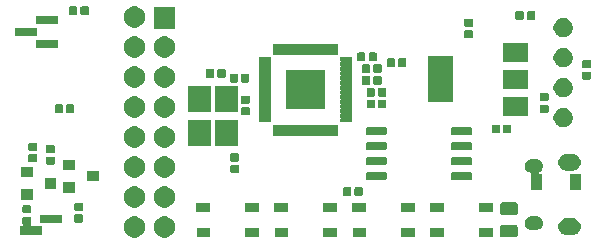
<source format=gbr>
G04 #@! TF.GenerationSoftware,KiCad,Pcbnew,5.1.5+dfsg1-2build2*
G04 #@! TF.CreationDate,2021-11-14T16:11:09+00:00*
G04 #@! TF.ProjectId,picopak,7069636f-7061-46b2-9e6b-696361645f70,rev?*
G04 #@! TF.SameCoordinates,Original*
G04 #@! TF.FileFunction,Soldermask,Bot*
G04 #@! TF.FilePolarity,Negative*
%FSLAX46Y46*%
G04 Gerber Fmt 4.6, Leading zero omitted, Abs format (unit mm)*
G04 Created by KiCad (PCBNEW 5.1.5+dfsg1-2build2) date 2021-11-14 16:11:09*
%MOMM*%
%LPD*%
G04 APERTURE LIST*
%ADD10C,0.100000*%
G04 APERTURE END LIST*
D10*
G36*
X173163512Y-87503927D02*
G01*
X173312812Y-87533624D01*
X173476784Y-87601544D01*
X173624354Y-87700147D01*
X173749853Y-87825646D01*
X173848456Y-87973216D01*
X173916376Y-88137188D01*
X173938494Y-88248387D01*
X173951000Y-88311258D01*
X173951000Y-88488742D01*
X173946290Y-88512420D01*
X173916376Y-88662812D01*
X173848456Y-88826784D01*
X173749853Y-88974354D01*
X173624354Y-89099853D01*
X173476784Y-89198456D01*
X173312812Y-89266376D01*
X173163512Y-89296073D01*
X173138742Y-89301000D01*
X172961258Y-89301000D01*
X172936488Y-89296073D01*
X172787188Y-89266376D01*
X172623216Y-89198456D01*
X172475646Y-89099853D01*
X172350147Y-88974354D01*
X172251544Y-88826784D01*
X172183624Y-88662812D01*
X172153710Y-88512420D01*
X172149000Y-88488742D01*
X172149000Y-88311258D01*
X172161506Y-88248387D01*
X172183624Y-88137188D01*
X172251544Y-87973216D01*
X172350147Y-87825646D01*
X172475646Y-87700147D01*
X172623216Y-87601544D01*
X172787188Y-87533624D01*
X172936488Y-87503927D01*
X172961258Y-87499000D01*
X173138742Y-87499000D01*
X173163512Y-87503927D01*
G37*
G36*
X170623512Y-87503927D02*
G01*
X170772812Y-87533624D01*
X170936784Y-87601544D01*
X171084354Y-87700147D01*
X171209853Y-87825646D01*
X171308456Y-87973216D01*
X171376376Y-88137188D01*
X171398494Y-88248387D01*
X171411000Y-88311258D01*
X171411000Y-88488742D01*
X171406290Y-88512420D01*
X171376376Y-88662812D01*
X171308456Y-88826784D01*
X171209853Y-88974354D01*
X171084354Y-89099853D01*
X170936784Y-89198456D01*
X170772812Y-89266376D01*
X170623512Y-89296073D01*
X170598742Y-89301000D01*
X170421258Y-89301000D01*
X170396488Y-89296073D01*
X170247188Y-89266376D01*
X170083216Y-89198456D01*
X169935646Y-89099853D01*
X169810147Y-88974354D01*
X169711544Y-88826784D01*
X169643624Y-88662812D01*
X169613710Y-88512420D01*
X169609000Y-88488742D01*
X169609000Y-88311258D01*
X169621506Y-88248387D01*
X169643624Y-88137188D01*
X169711544Y-87973216D01*
X169810147Y-87825646D01*
X169935646Y-87700147D01*
X170083216Y-87601544D01*
X170247188Y-87533624D01*
X170396488Y-87503927D01*
X170421258Y-87499000D01*
X170598742Y-87499000D01*
X170623512Y-87503927D01*
G37*
G36*
X202784468Y-88203565D02*
G01*
X202823138Y-88215296D01*
X202858777Y-88234346D01*
X202890017Y-88259983D01*
X202915654Y-88291223D01*
X202934704Y-88326862D01*
X202946435Y-88365532D01*
X202951000Y-88411888D01*
X202951000Y-89063112D01*
X202946435Y-89109468D01*
X202934704Y-89148138D01*
X202915654Y-89183777D01*
X202890017Y-89215017D01*
X202858777Y-89240654D01*
X202823138Y-89259704D01*
X202784468Y-89271435D01*
X202738112Y-89276000D01*
X201661888Y-89276000D01*
X201615532Y-89271435D01*
X201576862Y-89259704D01*
X201541223Y-89240654D01*
X201509983Y-89215017D01*
X201484346Y-89183777D01*
X201465296Y-89148138D01*
X201453565Y-89109468D01*
X201449000Y-89063112D01*
X201449000Y-88411888D01*
X201453565Y-88365532D01*
X201465296Y-88326862D01*
X201484346Y-88291223D01*
X201509983Y-88259983D01*
X201541223Y-88234346D01*
X201576862Y-88215296D01*
X201615532Y-88203565D01*
X201661888Y-88199000D01*
X202738112Y-88199000D01*
X202784468Y-88203565D01*
G37*
G36*
X196726000Y-89251000D02*
G01*
X195574000Y-89251000D01*
X195574000Y-88499000D01*
X196726000Y-88499000D01*
X196726000Y-89251000D01*
G37*
G36*
X200851000Y-89251000D02*
G01*
X199699000Y-89251000D01*
X199699000Y-88499000D01*
X200851000Y-88499000D01*
X200851000Y-89251000D01*
G37*
G36*
X183526000Y-89251000D02*
G01*
X182374000Y-89251000D01*
X182374000Y-88499000D01*
X183526000Y-88499000D01*
X183526000Y-89251000D01*
G37*
G36*
X187651000Y-89251000D02*
G01*
X186499000Y-89251000D01*
X186499000Y-88499000D01*
X187651000Y-88499000D01*
X187651000Y-89251000D01*
G37*
G36*
X176926000Y-89251000D02*
G01*
X175774000Y-89251000D01*
X175774000Y-88499000D01*
X176926000Y-88499000D01*
X176926000Y-89251000D01*
G37*
G36*
X181051000Y-89251000D02*
G01*
X179899000Y-89251000D01*
X179899000Y-88499000D01*
X181051000Y-88499000D01*
X181051000Y-89251000D01*
G37*
G36*
X194251000Y-89251000D02*
G01*
X193099000Y-89251000D01*
X193099000Y-88499000D01*
X194251000Y-88499000D01*
X194251000Y-89251000D01*
G37*
G36*
X190126000Y-89251000D02*
G01*
X188974000Y-89251000D01*
X188974000Y-88499000D01*
X190126000Y-88499000D01*
X190126000Y-89251000D01*
G37*
G36*
X207737421Y-87684143D02*
G01*
X207869557Y-87724227D01*
X207869559Y-87724228D01*
X207991339Y-87789320D01*
X208098080Y-87876920D01*
X208185680Y-87983661D01*
X208234501Y-88075000D01*
X208250773Y-88105443D01*
X208290857Y-88237579D01*
X208304391Y-88375000D01*
X208290857Y-88512421D01*
X208250773Y-88644557D01*
X208250772Y-88644559D01*
X208185680Y-88766339D01*
X208098080Y-88873080D01*
X207991339Y-88960680D01*
X207965758Y-88974353D01*
X207869557Y-89025773D01*
X207737421Y-89065857D01*
X207634432Y-89076000D01*
X207065568Y-89076000D01*
X206962579Y-89065857D01*
X206830443Y-89025773D01*
X206734242Y-88974353D01*
X206708661Y-88960680D01*
X206601920Y-88873080D01*
X206514320Y-88766339D01*
X206449228Y-88644559D01*
X206449227Y-88644557D01*
X206409143Y-88512421D01*
X206395609Y-88375000D01*
X206409143Y-88237579D01*
X206449227Y-88105443D01*
X206465499Y-88075000D01*
X206514320Y-87983661D01*
X206601920Y-87876920D01*
X206708661Y-87789320D01*
X206830441Y-87724228D01*
X206830443Y-87724227D01*
X206962579Y-87684143D01*
X207065568Y-87674000D01*
X207634432Y-87674000D01*
X207737421Y-87684143D01*
G37*
G36*
X161681938Y-87541716D02*
G01*
X161702557Y-87547971D01*
X161721553Y-87558124D01*
X161738208Y-87571792D01*
X161751876Y-87588447D01*
X161762029Y-87607443D01*
X161768284Y-87628062D01*
X161771000Y-87655640D01*
X161771000Y-88114360D01*
X161768284Y-88141938D01*
X161762031Y-88162553D01*
X161760684Y-88165072D01*
X161751306Y-88187710D01*
X161746524Y-88211743D01*
X161746523Y-88236247D01*
X161751303Y-88260281D01*
X161760679Y-88282920D01*
X161774292Y-88303295D01*
X161791618Y-88320623D01*
X161811992Y-88334238D01*
X161834630Y-88343616D01*
X161858663Y-88348398D01*
X161870921Y-88349000D01*
X162651000Y-88349000D01*
X162651000Y-89051000D01*
X160799000Y-89051000D01*
X160799000Y-88349000D01*
X160929079Y-88349000D01*
X160953465Y-88346598D01*
X160976914Y-88339485D01*
X160998525Y-88327934D01*
X161017467Y-88312389D01*
X161033012Y-88293447D01*
X161044563Y-88271836D01*
X161051676Y-88248387D01*
X161054078Y-88224001D01*
X161051676Y-88199615D01*
X161044563Y-88176166D01*
X161039316Y-88165072D01*
X161037969Y-88162553D01*
X161031716Y-88141938D01*
X161029000Y-88114360D01*
X161029000Y-87655640D01*
X161031716Y-87628062D01*
X161037971Y-87607443D01*
X161048124Y-87588447D01*
X161061792Y-87571792D01*
X161078447Y-87558124D01*
X161097443Y-87547971D01*
X161118062Y-87541716D01*
X161145640Y-87539000D01*
X161654360Y-87539000D01*
X161681938Y-87541716D01*
G37*
G36*
X204632916Y-87507334D02*
G01*
X204737302Y-87539000D01*
X204741495Y-87540272D01*
X204763752Y-87552169D01*
X204841557Y-87593756D01*
X204929264Y-87665736D01*
X205001244Y-87753443D01*
X205035429Y-87817399D01*
X205054728Y-87853505D01*
X205054729Y-87853508D01*
X205087666Y-87962084D01*
X205098787Y-88075000D01*
X205087666Y-88187916D01*
X205058846Y-88282920D01*
X205054728Y-88296495D01*
X205051093Y-88303295D01*
X205001244Y-88396557D01*
X204929264Y-88484264D01*
X204841557Y-88556244D01*
X204777601Y-88590429D01*
X204741495Y-88609728D01*
X204741492Y-88609729D01*
X204632916Y-88642666D01*
X204548298Y-88651000D01*
X204091702Y-88651000D01*
X204007084Y-88642666D01*
X203898508Y-88609729D01*
X203898505Y-88609728D01*
X203862399Y-88590429D01*
X203798443Y-88556244D01*
X203710736Y-88484264D01*
X203638756Y-88396557D01*
X203588907Y-88303295D01*
X203585272Y-88296495D01*
X203581154Y-88282920D01*
X203552334Y-88187916D01*
X203541213Y-88075000D01*
X203552334Y-87962084D01*
X203585271Y-87853508D01*
X203585272Y-87853505D01*
X203604571Y-87817399D01*
X203638756Y-87753443D01*
X203710736Y-87665736D01*
X203798443Y-87593756D01*
X203876248Y-87552169D01*
X203898505Y-87540272D01*
X203902698Y-87539000D01*
X204007084Y-87507334D01*
X204091702Y-87499000D01*
X204548298Y-87499000D01*
X204632916Y-87507334D01*
G37*
G36*
X164401000Y-88051000D02*
G01*
X162549000Y-88051000D01*
X162549000Y-87349000D01*
X164401000Y-87349000D01*
X164401000Y-88051000D01*
G37*
G36*
X166081938Y-87341716D02*
G01*
X166102557Y-87347971D01*
X166121553Y-87358124D01*
X166138208Y-87371792D01*
X166151876Y-87388447D01*
X166162029Y-87407443D01*
X166168284Y-87428062D01*
X166171000Y-87455640D01*
X166171000Y-87914360D01*
X166168284Y-87941938D01*
X166162029Y-87962557D01*
X166151876Y-87981553D01*
X166138208Y-87998208D01*
X166121553Y-88011876D01*
X166102557Y-88022029D01*
X166081938Y-88028284D01*
X166054360Y-88031000D01*
X165545640Y-88031000D01*
X165518062Y-88028284D01*
X165497443Y-88022029D01*
X165478447Y-88011876D01*
X165461792Y-87998208D01*
X165448124Y-87981553D01*
X165437971Y-87962557D01*
X165431716Y-87941938D01*
X165429000Y-87914360D01*
X165429000Y-87455640D01*
X165431716Y-87428062D01*
X165437971Y-87407443D01*
X165448124Y-87388447D01*
X165461792Y-87371792D01*
X165478447Y-87358124D01*
X165497443Y-87347971D01*
X165518062Y-87341716D01*
X165545640Y-87339000D01*
X166054360Y-87339000D01*
X166081938Y-87341716D01*
G37*
G36*
X202784468Y-86328565D02*
G01*
X202823138Y-86340296D01*
X202858777Y-86359346D01*
X202890017Y-86384983D01*
X202915654Y-86416223D01*
X202934704Y-86451862D01*
X202946435Y-86490532D01*
X202951000Y-86536888D01*
X202951000Y-87188112D01*
X202946435Y-87234468D01*
X202934704Y-87273138D01*
X202915654Y-87308777D01*
X202890017Y-87340017D01*
X202858777Y-87365654D01*
X202823138Y-87384704D01*
X202784468Y-87396435D01*
X202738112Y-87401000D01*
X201661888Y-87401000D01*
X201615532Y-87396435D01*
X201576862Y-87384704D01*
X201541223Y-87365654D01*
X201509983Y-87340017D01*
X201484346Y-87308777D01*
X201465296Y-87273138D01*
X201453565Y-87234468D01*
X201449000Y-87188112D01*
X201449000Y-86536888D01*
X201453565Y-86490532D01*
X201465296Y-86451862D01*
X201484346Y-86416223D01*
X201509983Y-86384983D01*
X201541223Y-86359346D01*
X201576862Y-86340296D01*
X201615532Y-86328565D01*
X201661888Y-86324000D01*
X202738112Y-86324000D01*
X202784468Y-86328565D01*
G37*
G36*
X161681938Y-86571716D02*
G01*
X161702557Y-86577971D01*
X161721553Y-86588124D01*
X161738208Y-86601792D01*
X161751876Y-86618447D01*
X161762029Y-86637443D01*
X161768284Y-86658062D01*
X161771000Y-86685640D01*
X161771000Y-87144360D01*
X161768284Y-87171938D01*
X161762029Y-87192557D01*
X161751876Y-87211553D01*
X161738208Y-87228208D01*
X161721553Y-87241876D01*
X161702557Y-87252029D01*
X161681938Y-87258284D01*
X161654360Y-87261000D01*
X161145640Y-87261000D01*
X161118062Y-87258284D01*
X161097443Y-87252029D01*
X161078447Y-87241876D01*
X161061792Y-87228208D01*
X161048124Y-87211553D01*
X161037971Y-87192557D01*
X161031716Y-87171938D01*
X161029000Y-87144360D01*
X161029000Y-86685640D01*
X161031716Y-86658062D01*
X161037971Y-86637443D01*
X161048124Y-86618447D01*
X161061792Y-86601792D01*
X161078447Y-86588124D01*
X161097443Y-86577971D01*
X161118062Y-86571716D01*
X161145640Y-86569000D01*
X161654360Y-86569000D01*
X161681938Y-86571716D01*
G37*
G36*
X190101000Y-87101000D02*
G01*
X188949000Y-87101000D01*
X188949000Y-86349000D01*
X190101000Y-86349000D01*
X190101000Y-87101000D01*
G37*
G36*
X194251000Y-87101000D02*
G01*
X193099000Y-87101000D01*
X193099000Y-86349000D01*
X194251000Y-86349000D01*
X194251000Y-87101000D01*
G37*
G36*
X176901000Y-87101000D02*
G01*
X175749000Y-87101000D01*
X175749000Y-86349000D01*
X176901000Y-86349000D01*
X176901000Y-87101000D01*
G37*
G36*
X187651000Y-87101000D02*
G01*
X186499000Y-87101000D01*
X186499000Y-86349000D01*
X187651000Y-86349000D01*
X187651000Y-87101000D01*
G37*
G36*
X181051000Y-87101000D02*
G01*
X179899000Y-87101000D01*
X179899000Y-86349000D01*
X181051000Y-86349000D01*
X181051000Y-87101000D01*
G37*
G36*
X183501000Y-87101000D02*
G01*
X182349000Y-87101000D01*
X182349000Y-86349000D01*
X183501000Y-86349000D01*
X183501000Y-87101000D01*
G37*
G36*
X200851000Y-87101000D02*
G01*
X199699000Y-87101000D01*
X199699000Y-86349000D01*
X200851000Y-86349000D01*
X200851000Y-87101000D01*
G37*
G36*
X196701000Y-87101000D02*
G01*
X195549000Y-87101000D01*
X195549000Y-86349000D01*
X196701000Y-86349000D01*
X196701000Y-87101000D01*
G37*
G36*
X166081938Y-86371716D02*
G01*
X166102557Y-86377971D01*
X166121553Y-86388124D01*
X166138208Y-86401792D01*
X166151876Y-86418447D01*
X166162029Y-86437443D01*
X166168284Y-86458062D01*
X166171000Y-86485640D01*
X166171000Y-86944360D01*
X166168284Y-86971938D01*
X166162029Y-86992557D01*
X166151876Y-87011553D01*
X166138208Y-87028208D01*
X166121553Y-87041876D01*
X166102557Y-87052029D01*
X166081938Y-87058284D01*
X166054360Y-87061000D01*
X165545640Y-87061000D01*
X165518062Y-87058284D01*
X165497443Y-87052029D01*
X165478447Y-87041876D01*
X165461792Y-87028208D01*
X165448124Y-87011553D01*
X165437971Y-86992557D01*
X165431716Y-86971938D01*
X165429000Y-86944360D01*
X165429000Y-86485640D01*
X165431716Y-86458062D01*
X165437971Y-86437443D01*
X165448124Y-86418447D01*
X165461792Y-86401792D01*
X165478447Y-86388124D01*
X165497443Y-86377971D01*
X165518062Y-86371716D01*
X165545640Y-86369000D01*
X166054360Y-86369000D01*
X166081938Y-86371716D01*
G37*
G36*
X173163512Y-84963927D02*
G01*
X173312812Y-84993624D01*
X173476784Y-85061544D01*
X173624354Y-85160147D01*
X173749853Y-85285646D01*
X173848456Y-85433216D01*
X173916376Y-85597188D01*
X173941113Y-85721553D01*
X173950949Y-85771000D01*
X173951000Y-85771259D01*
X173951000Y-85948741D01*
X173916376Y-86122812D01*
X173848456Y-86286784D01*
X173749853Y-86434354D01*
X173624354Y-86559853D01*
X173476784Y-86658456D01*
X173312812Y-86726376D01*
X173163512Y-86756073D01*
X173138742Y-86761000D01*
X172961258Y-86761000D01*
X172936488Y-86756073D01*
X172787188Y-86726376D01*
X172623216Y-86658456D01*
X172475646Y-86559853D01*
X172350147Y-86434354D01*
X172251544Y-86286784D01*
X172183624Y-86122812D01*
X172149000Y-85948741D01*
X172149000Y-85771259D01*
X172149052Y-85771000D01*
X172158887Y-85721553D01*
X172183624Y-85597188D01*
X172251544Y-85433216D01*
X172350147Y-85285646D01*
X172475646Y-85160147D01*
X172623216Y-85061544D01*
X172787188Y-84993624D01*
X172936488Y-84963927D01*
X172961258Y-84959000D01*
X173138742Y-84959000D01*
X173163512Y-84963927D01*
G37*
G36*
X170623512Y-84963927D02*
G01*
X170772812Y-84993624D01*
X170936784Y-85061544D01*
X171084354Y-85160147D01*
X171209853Y-85285646D01*
X171308456Y-85433216D01*
X171376376Y-85597188D01*
X171401113Y-85721553D01*
X171410949Y-85771000D01*
X171411000Y-85771259D01*
X171411000Y-85948741D01*
X171376376Y-86122812D01*
X171308456Y-86286784D01*
X171209853Y-86434354D01*
X171084354Y-86559853D01*
X170936784Y-86658456D01*
X170772812Y-86726376D01*
X170623512Y-86756073D01*
X170598742Y-86761000D01*
X170421258Y-86761000D01*
X170396488Y-86756073D01*
X170247188Y-86726376D01*
X170083216Y-86658456D01*
X169935646Y-86559853D01*
X169810147Y-86434354D01*
X169711544Y-86286784D01*
X169643624Y-86122812D01*
X169609000Y-85948741D01*
X169609000Y-85771259D01*
X169609052Y-85771000D01*
X169618887Y-85721553D01*
X169643624Y-85597188D01*
X169711544Y-85433216D01*
X169810147Y-85285646D01*
X169935646Y-85160147D01*
X170083216Y-85061544D01*
X170247188Y-84993624D01*
X170396488Y-84963927D01*
X170421258Y-84959000D01*
X170598742Y-84959000D01*
X170623512Y-84963927D01*
G37*
G36*
X161901000Y-86101000D02*
G01*
X160899000Y-86101000D01*
X160899000Y-85199000D01*
X161901000Y-85199000D01*
X161901000Y-86101000D01*
G37*
G36*
X188771938Y-85031716D02*
G01*
X188792557Y-85037971D01*
X188811553Y-85048124D01*
X188828208Y-85061792D01*
X188841876Y-85078447D01*
X188852029Y-85097443D01*
X188858284Y-85118062D01*
X188861000Y-85145640D01*
X188861000Y-85654360D01*
X188858284Y-85681938D01*
X188852029Y-85702557D01*
X188841876Y-85721553D01*
X188828208Y-85738208D01*
X188811553Y-85751876D01*
X188792557Y-85762029D01*
X188771938Y-85768284D01*
X188744360Y-85771000D01*
X188285640Y-85771000D01*
X188258062Y-85768284D01*
X188237443Y-85762029D01*
X188218447Y-85751876D01*
X188201792Y-85738208D01*
X188188124Y-85721553D01*
X188177971Y-85702557D01*
X188171716Y-85681938D01*
X188169000Y-85654360D01*
X188169000Y-85145640D01*
X188171716Y-85118062D01*
X188177971Y-85097443D01*
X188188124Y-85078447D01*
X188201792Y-85061792D01*
X188218447Y-85048124D01*
X188237443Y-85037971D01*
X188258062Y-85031716D01*
X188285640Y-85029000D01*
X188744360Y-85029000D01*
X188771938Y-85031716D01*
G37*
G36*
X189741938Y-85031716D02*
G01*
X189762557Y-85037971D01*
X189781553Y-85048124D01*
X189798208Y-85061792D01*
X189811876Y-85078447D01*
X189822029Y-85097443D01*
X189828284Y-85118062D01*
X189831000Y-85145640D01*
X189831000Y-85654360D01*
X189828284Y-85681938D01*
X189822029Y-85702557D01*
X189811876Y-85721553D01*
X189798208Y-85738208D01*
X189781553Y-85751876D01*
X189762557Y-85762029D01*
X189741938Y-85768284D01*
X189714360Y-85771000D01*
X189255640Y-85771000D01*
X189228062Y-85768284D01*
X189207443Y-85762029D01*
X189188447Y-85751876D01*
X189171792Y-85738208D01*
X189158124Y-85721553D01*
X189147971Y-85702557D01*
X189141716Y-85681938D01*
X189139000Y-85654360D01*
X189139000Y-85145640D01*
X189141716Y-85118062D01*
X189147971Y-85097443D01*
X189158124Y-85078447D01*
X189171792Y-85061792D01*
X189188447Y-85048124D01*
X189207443Y-85037971D01*
X189228062Y-85031716D01*
X189255640Y-85029000D01*
X189714360Y-85029000D01*
X189741938Y-85031716D01*
G37*
G36*
X165501000Y-85501000D02*
G01*
X164499000Y-85501000D01*
X164499000Y-84599000D01*
X165501000Y-84599000D01*
X165501000Y-85501000D01*
G37*
G36*
X208351000Y-85251000D02*
G01*
X207349000Y-85251000D01*
X207349000Y-83949000D01*
X208351000Y-83949000D01*
X208351000Y-85251000D01*
G37*
G36*
X204632916Y-82657334D02*
G01*
X204741492Y-82690271D01*
X204741495Y-82690272D01*
X204777601Y-82709571D01*
X204841557Y-82743756D01*
X204929264Y-82815736D01*
X205001244Y-82903443D01*
X205015973Y-82931000D01*
X205054728Y-83003505D01*
X205054729Y-83003508D01*
X205087666Y-83112084D01*
X205098787Y-83225000D01*
X205087666Y-83337916D01*
X205061831Y-83423080D01*
X205054728Y-83446495D01*
X205035429Y-83482601D01*
X205001244Y-83546557D01*
X204929264Y-83634264D01*
X204841557Y-83706244D01*
X204827476Y-83713770D01*
X204807116Y-83727375D01*
X204789789Y-83744702D01*
X204776175Y-83765076D01*
X204766798Y-83787715D01*
X204762017Y-83811748D01*
X204762017Y-83836252D01*
X204766797Y-83860286D01*
X204776174Y-83882925D01*
X204789788Y-83903299D01*
X204807115Y-83920626D01*
X204827489Y-83934240D01*
X204850128Y-83943617D01*
X204874161Y-83948398D01*
X204886414Y-83949000D01*
X205051000Y-83949000D01*
X205051000Y-85251000D01*
X204049000Y-85251000D01*
X204049000Y-83898086D01*
X204046598Y-83873700D01*
X204039485Y-83850251D01*
X204027934Y-83828640D01*
X204012389Y-83809698D01*
X203993447Y-83794153D01*
X203960290Y-83778471D01*
X203898508Y-83759729D01*
X203798443Y-83706244D01*
X203710736Y-83634264D01*
X203638756Y-83546557D01*
X203604571Y-83482601D01*
X203585272Y-83446495D01*
X203578169Y-83423080D01*
X203552334Y-83337916D01*
X203541213Y-83225000D01*
X203552334Y-83112084D01*
X203585271Y-83003508D01*
X203585272Y-83003505D01*
X203624027Y-82931000D01*
X203638756Y-82903443D01*
X203710736Y-82815736D01*
X203798443Y-82743756D01*
X203862399Y-82709571D01*
X203898505Y-82690272D01*
X203898508Y-82690271D01*
X204007084Y-82657334D01*
X204091702Y-82649000D01*
X204548298Y-82649000D01*
X204632916Y-82657334D01*
G37*
G36*
X163901000Y-85151000D02*
G01*
X162899000Y-85151000D01*
X162899000Y-84249000D01*
X163901000Y-84249000D01*
X163901000Y-85151000D01*
G37*
G36*
X167501000Y-84551000D02*
G01*
X166499000Y-84551000D01*
X166499000Y-83649000D01*
X167501000Y-83649000D01*
X167501000Y-84551000D01*
G37*
G36*
X198959928Y-83756764D02*
G01*
X198981009Y-83763160D01*
X199000445Y-83773548D01*
X199017476Y-83787524D01*
X199031452Y-83804555D01*
X199041840Y-83823991D01*
X199048236Y-83845072D01*
X199051000Y-83873140D01*
X199051000Y-84336860D01*
X199048236Y-84364928D01*
X199041840Y-84386009D01*
X199031452Y-84405445D01*
X199017476Y-84422476D01*
X199000445Y-84436452D01*
X198981009Y-84446840D01*
X198959928Y-84453236D01*
X198931860Y-84456000D01*
X197468140Y-84456000D01*
X197440072Y-84453236D01*
X197418991Y-84446840D01*
X197399555Y-84436452D01*
X197382524Y-84422476D01*
X197368548Y-84405445D01*
X197358160Y-84386009D01*
X197351764Y-84364928D01*
X197349000Y-84336860D01*
X197349000Y-83873140D01*
X197351764Y-83845072D01*
X197358160Y-83823991D01*
X197368548Y-83804555D01*
X197382524Y-83787524D01*
X197399555Y-83773548D01*
X197418991Y-83763160D01*
X197440072Y-83756764D01*
X197468140Y-83754000D01*
X198931860Y-83754000D01*
X198959928Y-83756764D01*
G37*
G36*
X191759928Y-83756764D02*
G01*
X191781009Y-83763160D01*
X191800445Y-83773548D01*
X191817476Y-83787524D01*
X191831452Y-83804555D01*
X191841840Y-83823991D01*
X191848236Y-83845072D01*
X191851000Y-83873140D01*
X191851000Y-84336860D01*
X191848236Y-84364928D01*
X191841840Y-84386009D01*
X191831452Y-84405445D01*
X191817476Y-84422476D01*
X191800445Y-84436452D01*
X191781009Y-84446840D01*
X191759928Y-84453236D01*
X191731860Y-84456000D01*
X190268140Y-84456000D01*
X190240072Y-84453236D01*
X190218991Y-84446840D01*
X190199555Y-84436452D01*
X190182524Y-84422476D01*
X190168548Y-84405445D01*
X190158160Y-84386009D01*
X190151764Y-84364928D01*
X190149000Y-84336860D01*
X190149000Y-83873140D01*
X190151764Y-83845072D01*
X190158160Y-83823991D01*
X190168548Y-83804555D01*
X190182524Y-83787524D01*
X190199555Y-83773548D01*
X190218991Y-83763160D01*
X190240072Y-83756764D01*
X190268140Y-83754000D01*
X191731860Y-83754000D01*
X191759928Y-83756764D01*
G37*
G36*
X173163512Y-82423927D02*
G01*
X173312812Y-82453624D01*
X173476784Y-82521544D01*
X173624354Y-82620147D01*
X173749853Y-82745646D01*
X173848456Y-82893216D01*
X173916376Y-83057188D01*
X173951000Y-83231259D01*
X173951000Y-83408741D01*
X173916376Y-83582812D01*
X173848456Y-83746784D01*
X173749853Y-83894354D01*
X173624354Y-84019853D01*
X173476784Y-84118456D01*
X173312812Y-84186376D01*
X173163512Y-84216073D01*
X173138742Y-84221000D01*
X172961258Y-84221000D01*
X172936488Y-84216073D01*
X172787188Y-84186376D01*
X172623216Y-84118456D01*
X172475646Y-84019853D01*
X172350147Y-83894354D01*
X172251544Y-83746784D01*
X172183624Y-83582812D01*
X172149000Y-83408741D01*
X172149000Y-83231259D01*
X172183624Y-83057188D01*
X172251544Y-82893216D01*
X172350147Y-82745646D01*
X172475646Y-82620147D01*
X172623216Y-82521544D01*
X172787188Y-82453624D01*
X172936488Y-82423927D01*
X172961258Y-82419000D01*
X173138742Y-82419000D01*
X173163512Y-82423927D01*
G37*
G36*
X170623512Y-82423927D02*
G01*
X170772812Y-82453624D01*
X170936784Y-82521544D01*
X171084354Y-82620147D01*
X171209853Y-82745646D01*
X171308456Y-82893216D01*
X171376376Y-83057188D01*
X171411000Y-83231259D01*
X171411000Y-83408741D01*
X171376376Y-83582812D01*
X171308456Y-83746784D01*
X171209853Y-83894354D01*
X171084354Y-84019853D01*
X170936784Y-84118456D01*
X170772812Y-84186376D01*
X170623512Y-84216073D01*
X170598742Y-84221000D01*
X170421258Y-84221000D01*
X170396488Y-84216073D01*
X170247188Y-84186376D01*
X170083216Y-84118456D01*
X169935646Y-84019853D01*
X169810147Y-83894354D01*
X169711544Y-83746784D01*
X169643624Y-83582812D01*
X169609000Y-83408741D01*
X169609000Y-83231259D01*
X169643624Y-83057188D01*
X169711544Y-82893216D01*
X169810147Y-82745646D01*
X169935646Y-82620147D01*
X170083216Y-82521544D01*
X170247188Y-82453624D01*
X170396488Y-82423927D01*
X170421258Y-82419000D01*
X170598742Y-82419000D01*
X170623512Y-82423927D01*
G37*
G36*
X161901000Y-84201000D02*
G01*
X160899000Y-84201000D01*
X160899000Y-83299000D01*
X161901000Y-83299000D01*
X161901000Y-84201000D01*
G37*
G36*
X179281938Y-83141716D02*
G01*
X179302557Y-83147971D01*
X179321553Y-83158124D01*
X179338208Y-83171792D01*
X179351876Y-83188447D01*
X179362029Y-83207443D01*
X179368284Y-83228062D01*
X179371000Y-83255640D01*
X179371000Y-83714360D01*
X179368284Y-83741938D01*
X179362029Y-83762557D01*
X179351876Y-83781553D01*
X179338208Y-83798208D01*
X179321553Y-83811876D01*
X179302557Y-83822029D01*
X179281938Y-83828284D01*
X179254360Y-83831000D01*
X178745640Y-83831000D01*
X178718062Y-83828284D01*
X178697443Y-83822029D01*
X178678447Y-83811876D01*
X178661792Y-83798208D01*
X178648124Y-83781553D01*
X178637971Y-83762557D01*
X178631716Y-83741938D01*
X178629000Y-83714360D01*
X178629000Y-83255640D01*
X178631716Y-83228062D01*
X178637971Y-83207443D01*
X178648124Y-83188447D01*
X178661792Y-83171792D01*
X178678447Y-83158124D01*
X178697443Y-83147971D01*
X178718062Y-83141716D01*
X178745640Y-83139000D01*
X179254360Y-83139000D01*
X179281938Y-83141716D01*
G37*
G36*
X207737421Y-82234143D02*
G01*
X207869557Y-82274227D01*
X207869559Y-82274228D01*
X207991339Y-82339320D01*
X208098080Y-82426920D01*
X208185680Y-82533661D01*
X208231907Y-82620147D01*
X208250773Y-82655443D01*
X208290857Y-82787579D01*
X208304391Y-82925000D01*
X208290857Y-83062421D01*
X208252626Y-83188447D01*
X208250772Y-83194559D01*
X208185680Y-83316339D01*
X208098080Y-83423080D01*
X207991339Y-83510680D01*
X207924217Y-83546557D01*
X207869557Y-83575773D01*
X207737421Y-83615857D01*
X207634432Y-83626000D01*
X207065568Y-83626000D01*
X206962579Y-83615857D01*
X206830443Y-83575773D01*
X206775783Y-83546557D01*
X206708661Y-83510680D01*
X206601920Y-83423080D01*
X206514320Y-83316339D01*
X206449228Y-83194559D01*
X206447374Y-83188447D01*
X206409143Y-83062421D01*
X206395609Y-82925000D01*
X206409143Y-82787579D01*
X206449227Y-82655443D01*
X206468093Y-82620147D01*
X206514320Y-82533661D01*
X206601920Y-82426920D01*
X206708661Y-82339320D01*
X206830441Y-82274228D01*
X206830443Y-82274227D01*
X206962579Y-82234143D01*
X207065568Y-82224000D01*
X207634432Y-82224000D01*
X207737421Y-82234143D01*
G37*
G36*
X165501000Y-83601000D02*
G01*
X164499000Y-83601000D01*
X164499000Y-82699000D01*
X165501000Y-82699000D01*
X165501000Y-83601000D01*
G37*
G36*
X191759928Y-82486764D02*
G01*
X191781009Y-82493160D01*
X191800445Y-82503548D01*
X191817476Y-82517524D01*
X191831452Y-82534555D01*
X191841840Y-82553991D01*
X191848236Y-82575072D01*
X191851000Y-82603140D01*
X191851000Y-83066860D01*
X191848236Y-83094928D01*
X191841840Y-83116009D01*
X191831452Y-83135445D01*
X191817476Y-83152476D01*
X191800445Y-83166452D01*
X191781009Y-83176840D01*
X191759928Y-83183236D01*
X191731860Y-83186000D01*
X190268140Y-83186000D01*
X190240072Y-83183236D01*
X190218991Y-83176840D01*
X190199555Y-83166452D01*
X190182524Y-83152476D01*
X190168548Y-83135445D01*
X190158160Y-83116009D01*
X190151764Y-83094928D01*
X190149000Y-83066860D01*
X190149000Y-82603140D01*
X190151764Y-82575072D01*
X190158160Y-82553991D01*
X190168548Y-82534555D01*
X190182524Y-82517524D01*
X190199555Y-82503548D01*
X190218991Y-82493160D01*
X190240072Y-82486764D01*
X190268140Y-82484000D01*
X191731860Y-82484000D01*
X191759928Y-82486764D01*
G37*
G36*
X198959928Y-82486764D02*
G01*
X198981009Y-82493160D01*
X199000445Y-82503548D01*
X199017476Y-82517524D01*
X199031452Y-82534555D01*
X199041840Y-82553991D01*
X199048236Y-82575072D01*
X199051000Y-82603140D01*
X199051000Y-83066860D01*
X199048236Y-83094928D01*
X199041840Y-83116009D01*
X199031452Y-83135445D01*
X199017476Y-83152476D01*
X199000445Y-83166452D01*
X198981009Y-83176840D01*
X198959928Y-83183236D01*
X198931860Y-83186000D01*
X197468140Y-83186000D01*
X197440072Y-83183236D01*
X197418991Y-83176840D01*
X197399555Y-83166452D01*
X197382524Y-83152476D01*
X197368548Y-83135445D01*
X197358160Y-83116009D01*
X197351764Y-83094928D01*
X197349000Y-83066860D01*
X197349000Y-82603140D01*
X197351764Y-82575072D01*
X197358160Y-82553991D01*
X197368548Y-82534555D01*
X197382524Y-82517524D01*
X197399555Y-82503548D01*
X197418991Y-82493160D01*
X197440072Y-82486764D01*
X197468140Y-82484000D01*
X198931860Y-82484000D01*
X198959928Y-82486764D01*
G37*
G36*
X163681938Y-82441716D02*
G01*
X163702557Y-82447971D01*
X163721553Y-82458124D01*
X163738208Y-82471792D01*
X163751876Y-82488447D01*
X163762029Y-82507443D01*
X163768284Y-82528062D01*
X163771000Y-82555640D01*
X163771000Y-83014360D01*
X163768284Y-83041938D01*
X163762029Y-83062557D01*
X163751876Y-83081553D01*
X163738208Y-83098208D01*
X163721553Y-83111876D01*
X163702557Y-83122029D01*
X163681938Y-83128284D01*
X163654360Y-83131000D01*
X163145640Y-83131000D01*
X163118062Y-83128284D01*
X163097443Y-83122029D01*
X163078447Y-83111876D01*
X163061792Y-83098208D01*
X163048124Y-83081553D01*
X163037971Y-83062557D01*
X163031716Y-83041938D01*
X163029000Y-83014360D01*
X163029000Y-82555640D01*
X163031716Y-82528062D01*
X163037971Y-82507443D01*
X163048124Y-82488447D01*
X163061792Y-82471792D01*
X163078447Y-82458124D01*
X163097443Y-82447971D01*
X163118062Y-82441716D01*
X163145640Y-82439000D01*
X163654360Y-82439000D01*
X163681938Y-82441716D01*
G37*
G36*
X162181938Y-82241716D02*
G01*
X162202557Y-82247971D01*
X162221553Y-82258124D01*
X162238208Y-82271792D01*
X162251876Y-82288447D01*
X162262029Y-82307443D01*
X162268284Y-82328062D01*
X162271000Y-82355640D01*
X162271000Y-82814360D01*
X162268284Y-82841938D01*
X162262029Y-82862557D01*
X162251876Y-82881553D01*
X162238208Y-82898208D01*
X162221553Y-82911876D01*
X162202557Y-82922029D01*
X162181938Y-82928284D01*
X162154360Y-82931000D01*
X161645640Y-82931000D01*
X161618062Y-82928284D01*
X161597443Y-82922029D01*
X161578447Y-82911876D01*
X161561792Y-82898208D01*
X161548124Y-82881553D01*
X161537971Y-82862557D01*
X161531716Y-82841938D01*
X161529000Y-82814360D01*
X161529000Y-82355640D01*
X161531716Y-82328062D01*
X161537971Y-82307443D01*
X161548124Y-82288447D01*
X161561792Y-82271792D01*
X161578447Y-82258124D01*
X161597443Y-82247971D01*
X161618062Y-82241716D01*
X161645640Y-82239000D01*
X162154360Y-82239000D01*
X162181938Y-82241716D01*
G37*
G36*
X179281938Y-82171716D02*
G01*
X179302557Y-82177971D01*
X179321553Y-82188124D01*
X179338208Y-82201792D01*
X179351876Y-82218447D01*
X179362029Y-82237443D01*
X179368284Y-82258062D01*
X179371000Y-82285640D01*
X179371000Y-82744360D01*
X179368284Y-82771938D01*
X179362029Y-82792557D01*
X179351876Y-82811553D01*
X179338208Y-82828208D01*
X179321553Y-82841876D01*
X179302557Y-82852029D01*
X179281938Y-82858284D01*
X179254360Y-82861000D01*
X178745640Y-82861000D01*
X178718062Y-82858284D01*
X178697443Y-82852029D01*
X178678447Y-82841876D01*
X178661792Y-82828208D01*
X178648124Y-82811553D01*
X178637971Y-82792557D01*
X178631716Y-82771938D01*
X178629000Y-82744360D01*
X178629000Y-82285640D01*
X178631716Y-82258062D01*
X178637971Y-82237443D01*
X178648124Y-82218447D01*
X178661792Y-82201792D01*
X178678447Y-82188124D01*
X178697443Y-82177971D01*
X178718062Y-82171716D01*
X178745640Y-82169000D01*
X179254360Y-82169000D01*
X179281938Y-82171716D01*
G37*
G36*
X163681938Y-81471716D02*
G01*
X163702557Y-81477971D01*
X163721553Y-81488124D01*
X163738208Y-81501792D01*
X163751876Y-81518447D01*
X163762029Y-81537443D01*
X163768284Y-81558062D01*
X163771000Y-81585640D01*
X163771000Y-82044360D01*
X163768284Y-82071938D01*
X163762029Y-82092557D01*
X163751876Y-82111553D01*
X163738208Y-82128208D01*
X163721553Y-82141876D01*
X163702557Y-82152029D01*
X163681938Y-82158284D01*
X163654360Y-82161000D01*
X163145640Y-82161000D01*
X163118062Y-82158284D01*
X163097443Y-82152029D01*
X163078447Y-82141876D01*
X163061792Y-82128208D01*
X163048124Y-82111553D01*
X163037971Y-82092557D01*
X163031716Y-82071938D01*
X163029000Y-82044360D01*
X163029000Y-81585640D01*
X163031716Y-81558062D01*
X163037971Y-81537443D01*
X163048124Y-81518447D01*
X163061792Y-81501792D01*
X163078447Y-81488124D01*
X163097443Y-81477971D01*
X163118062Y-81471716D01*
X163145640Y-81469000D01*
X163654360Y-81469000D01*
X163681938Y-81471716D01*
G37*
G36*
X162181938Y-81271716D02*
G01*
X162202557Y-81277971D01*
X162221553Y-81288124D01*
X162238208Y-81301792D01*
X162251876Y-81318447D01*
X162262029Y-81337443D01*
X162268284Y-81358062D01*
X162271000Y-81385640D01*
X162271000Y-81844360D01*
X162268284Y-81871938D01*
X162262029Y-81892557D01*
X162251876Y-81911553D01*
X162238208Y-81928208D01*
X162221553Y-81941876D01*
X162202557Y-81952029D01*
X162181938Y-81958284D01*
X162154360Y-81961000D01*
X161645640Y-81961000D01*
X161618062Y-81958284D01*
X161597443Y-81952029D01*
X161578447Y-81941876D01*
X161561792Y-81928208D01*
X161548124Y-81911553D01*
X161537971Y-81892557D01*
X161531716Y-81871938D01*
X161529000Y-81844360D01*
X161529000Y-81385640D01*
X161531716Y-81358062D01*
X161537971Y-81337443D01*
X161548124Y-81318447D01*
X161561792Y-81301792D01*
X161578447Y-81288124D01*
X161597443Y-81277971D01*
X161618062Y-81271716D01*
X161645640Y-81269000D01*
X162154360Y-81269000D01*
X162181938Y-81271716D01*
G37*
G36*
X198959928Y-81216764D02*
G01*
X198981009Y-81223160D01*
X199000445Y-81233548D01*
X199017476Y-81247524D01*
X199031452Y-81264555D01*
X199041840Y-81283991D01*
X199048236Y-81305072D01*
X199051000Y-81333140D01*
X199051000Y-81796860D01*
X199048236Y-81824928D01*
X199041840Y-81846009D01*
X199031452Y-81865445D01*
X199017476Y-81882476D01*
X199000445Y-81896452D01*
X198981009Y-81906840D01*
X198959928Y-81913236D01*
X198931860Y-81916000D01*
X197468140Y-81916000D01*
X197440072Y-81913236D01*
X197418991Y-81906840D01*
X197399555Y-81896452D01*
X197382524Y-81882476D01*
X197368548Y-81865445D01*
X197358160Y-81846009D01*
X197351764Y-81824928D01*
X197349000Y-81796860D01*
X197349000Y-81333140D01*
X197351764Y-81305072D01*
X197358160Y-81283991D01*
X197368548Y-81264555D01*
X197382524Y-81247524D01*
X197399555Y-81233548D01*
X197418991Y-81223160D01*
X197440072Y-81216764D01*
X197468140Y-81214000D01*
X198931860Y-81214000D01*
X198959928Y-81216764D01*
G37*
G36*
X191759928Y-81216764D02*
G01*
X191781009Y-81223160D01*
X191800445Y-81233548D01*
X191817476Y-81247524D01*
X191831452Y-81264555D01*
X191841840Y-81283991D01*
X191848236Y-81305072D01*
X191851000Y-81333140D01*
X191851000Y-81796860D01*
X191848236Y-81824928D01*
X191841840Y-81846009D01*
X191831452Y-81865445D01*
X191817476Y-81882476D01*
X191800445Y-81896452D01*
X191781009Y-81906840D01*
X191759928Y-81913236D01*
X191731860Y-81916000D01*
X190268140Y-81916000D01*
X190240072Y-81913236D01*
X190218991Y-81906840D01*
X190199555Y-81896452D01*
X190182524Y-81882476D01*
X190168548Y-81865445D01*
X190158160Y-81846009D01*
X190151764Y-81824928D01*
X190149000Y-81796860D01*
X190149000Y-81333140D01*
X190151764Y-81305072D01*
X190158160Y-81283991D01*
X190168548Y-81264555D01*
X190182524Y-81247524D01*
X190199555Y-81233548D01*
X190218991Y-81223160D01*
X190240072Y-81216764D01*
X190268140Y-81214000D01*
X191731860Y-81214000D01*
X191759928Y-81216764D01*
G37*
G36*
X173163512Y-79883927D02*
G01*
X173312812Y-79913624D01*
X173476784Y-79981544D01*
X173624354Y-80080147D01*
X173749853Y-80205646D01*
X173848456Y-80353216D01*
X173916376Y-80517188D01*
X173951000Y-80691259D01*
X173951000Y-80868741D01*
X173916376Y-81042812D01*
X173848456Y-81206784D01*
X173749853Y-81354354D01*
X173624354Y-81479853D01*
X173476784Y-81578456D01*
X173312812Y-81646376D01*
X173163512Y-81676073D01*
X173138742Y-81681000D01*
X172961258Y-81681000D01*
X172936488Y-81676073D01*
X172787188Y-81646376D01*
X172623216Y-81578456D01*
X172475646Y-81479853D01*
X172350147Y-81354354D01*
X172251544Y-81206784D01*
X172183624Y-81042812D01*
X172149000Y-80868741D01*
X172149000Y-80691259D01*
X172183624Y-80517188D01*
X172251544Y-80353216D01*
X172350147Y-80205646D01*
X172475646Y-80080147D01*
X172623216Y-79981544D01*
X172787188Y-79913624D01*
X172936488Y-79883927D01*
X172961258Y-79879000D01*
X173138742Y-79879000D01*
X173163512Y-79883927D01*
G37*
G36*
X170623512Y-79883927D02*
G01*
X170772812Y-79913624D01*
X170936784Y-79981544D01*
X171084354Y-80080147D01*
X171209853Y-80205646D01*
X171308456Y-80353216D01*
X171376376Y-80517188D01*
X171411000Y-80691259D01*
X171411000Y-80868741D01*
X171376376Y-81042812D01*
X171308456Y-81206784D01*
X171209853Y-81354354D01*
X171084354Y-81479853D01*
X170936784Y-81578456D01*
X170772812Y-81646376D01*
X170623512Y-81676073D01*
X170598742Y-81681000D01*
X170421258Y-81681000D01*
X170396488Y-81676073D01*
X170247188Y-81646376D01*
X170083216Y-81578456D01*
X169935646Y-81479853D01*
X169810147Y-81354354D01*
X169711544Y-81206784D01*
X169643624Y-81042812D01*
X169609000Y-80868741D01*
X169609000Y-80691259D01*
X169643624Y-80517188D01*
X169711544Y-80353216D01*
X169810147Y-80205646D01*
X169935646Y-80080147D01*
X170083216Y-79981544D01*
X170247188Y-79913624D01*
X170396488Y-79883927D01*
X170421258Y-79879000D01*
X170598742Y-79879000D01*
X170623512Y-79883927D01*
G37*
G36*
X176951000Y-81551000D02*
G01*
X175049000Y-81551000D01*
X175049000Y-79349000D01*
X176951000Y-79349000D01*
X176951000Y-81551000D01*
G37*
G36*
X179251000Y-81551000D02*
G01*
X177349000Y-81551000D01*
X177349000Y-79349000D01*
X179251000Y-79349000D01*
X179251000Y-81551000D01*
G37*
G36*
X182540416Y-79749843D02*
G01*
X182544556Y-79751099D01*
X182563716Y-79759035D01*
X182587750Y-79763815D01*
X182612254Y-79763815D01*
X182636287Y-79759034D01*
X182655445Y-79751099D01*
X182659584Y-79749843D01*
X182668143Y-79749000D01*
X182931857Y-79749000D01*
X182940416Y-79749843D01*
X182944556Y-79751099D01*
X182963716Y-79759035D01*
X182987750Y-79763815D01*
X183012254Y-79763815D01*
X183036287Y-79759034D01*
X183055445Y-79751099D01*
X183059584Y-79749843D01*
X183068143Y-79749000D01*
X183331857Y-79749000D01*
X183340416Y-79749843D01*
X183344556Y-79751099D01*
X183363716Y-79759035D01*
X183387750Y-79763815D01*
X183412254Y-79763815D01*
X183436287Y-79759034D01*
X183455445Y-79751099D01*
X183459584Y-79749843D01*
X183468143Y-79749000D01*
X183731857Y-79749000D01*
X183740416Y-79749843D01*
X183744556Y-79751099D01*
X183763716Y-79759035D01*
X183787750Y-79763815D01*
X183812254Y-79763815D01*
X183836287Y-79759034D01*
X183855445Y-79751099D01*
X183859584Y-79749843D01*
X183868143Y-79749000D01*
X184131857Y-79749000D01*
X184140416Y-79749843D01*
X184144556Y-79751099D01*
X184163716Y-79759035D01*
X184187750Y-79763815D01*
X184212254Y-79763815D01*
X184236287Y-79759034D01*
X184255445Y-79751099D01*
X184259584Y-79749843D01*
X184268143Y-79749000D01*
X184531857Y-79749000D01*
X184540416Y-79749843D01*
X184544556Y-79751099D01*
X184563716Y-79759035D01*
X184587750Y-79763815D01*
X184612254Y-79763815D01*
X184636287Y-79759034D01*
X184655445Y-79751099D01*
X184659584Y-79749843D01*
X184668143Y-79749000D01*
X184931857Y-79749000D01*
X184940416Y-79749843D01*
X184944556Y-79751099D01*
X184963716Y-79759035D01*
X184987750Y-79763815D01*
X185012254Y-79763815D01*
X185036287Y-79759034D01*
X185055445Y-79751099D01*
X185059584Y-79749843D01*
X185068143Y-79749000D01*
X185331857Y-79749000D01*
X185340416Y-79749843D01*
X185344556Y-79751099D01*
X185363716Y-79759035D01*
X185387750Y-79763815D01*
X185412254Y-79763815D01*
X185436287Y-79759034D01*
X185455445Y-79751099D01*
X185459584Y-79749843D01*
X185468143Y-79749000D01*
X185731857Y-79749000D01*
X185740416Y-79749843D01*
X185744556Y-79751099D01*
X185763716Y-79759035D01*
X185787750Y-79763815D01*
X185812254Y-79763815D01*
X185836287Y-79759034D01*
X185855445Y-79751099D01*
X185859584Y-79749843D01*
X185868143Y-79749000D01*
X186131857Y-79749000D01*
X186140416Y-79749843D01*
X186144556Y-79751099D01*
X186163716Y-79759035D01*
X186187750Y-79763815D01*
X186212254Y-79763815D01*
X186236287Y-79759034D01*
X186255445Y-79751099D01*
X186259584Y-79749843D01*
X186268143Y-79749000D01*
X186531857Y-79749000D01*
X186540416Y-79749843D01*
X186544556Y-79751099D01*
X186563716Y-79759035D01*
X186587750Y-79763815D01*
X186612254Y-79763815D01*
X186636287Y-79759034D01*
X186655445Y-79751099D01*
X186659584Y-79749843D01*
X186668143Y-79749000D01*
X186931857Y-79749000D01*
X186940416Y-79749843D01*
X186944556Y-79751099D01*
X186963716Y-79759035D01*
X186987750Y-79763815D01*
X187012254Y-79763815D01*
X187036287Y-79759034D01*
X187055445Y-79751099D01*
X187059584Y-79749843D01*
X187068143Y-79749000D01*
X187331857Y-79749000D01*
X187340416Y-79749843D01*
X187344556Y-79751099D01*
X187363716Y-79759035D01*
X187387750Y-79763815D01*
X187412254Y-79763815D01*
X187436287Y-79759034D01*
X187455445Y-79751099D01*
X187459584Y-79749843D01*
X187468143Y-79749000D01*
X187731857Y-79749000D01*
X187740416Y-79749843D01*
X187742745Y-79750550D01*
X187744887Y-79751695D01*
X187746765Y-79753235D01*
X187748305Y-79755113D01*
X187749450Y-79757255D01*
X187750157Y-79759584D01*
X187751000Y-79768143D01*
X187751000Y-80706857D01*
X187750157Y-80715416D01*
X187749450Y-80717745D01*
X187748305Y-80719887D01*
X187746765Y-80721765D01*
X187744887Y-80723305D01*
X187742745Y-80724450D01*
X187740416Y-80725157D01*
X187731857Y-80726000D01*
X187468143Y-80726000D01*
X187459584Y-80725157D01*
X187455444Y-80723901D01*
X187436284Y-80715965D01*
X187412250Y-80711185D01*
X187387746Y-80711185D01*
X187363713Y-80715966D01*
X187344555Y-80723901D01*
X187340416Y-80725157D01*
X187331857Y-80726000D01*
X187068143Y-80726000D01*
X187059584Y-80725157D01*
X187055444Y-80723901D01*
X187036284Y-80715965D01*
X187012250Y-80711185D01*
X186987746Y-80711185D01*
X186963713Y-80715966D01*
X186944555Y-80723901D01*
X186940416Y-80725157D01*
X186931857Y-80726000D01*
X186668143Y-80726000D01*
X186659584Y-80725157D01*
X186655444Y-80723901D01*
X186636284Y-80715965D01*
X186612250Y-80711185D01*
X186587746Y-80711185D01*
X186563713Y-80715966D01*
X186544555Y-80723901D01*
X186540416Y-80725157D01*
X186531857Y-80726000D01*
X186268143Y-80726000D01*
X186259584Y-80725157D01*
X186255444Y-80723901D01*
X186236284Y-80715965D01*
X186212250Y-80711185D01*
X186187746Y-80711185D01*
X186163713Y-80715966D01*
X186144555Y-80723901D01*
X186140416Y-80725157D01*
X186131857Y-80726000D01*
X185868143Y-80726000D01*
X185859584Y-80725157D01*
X185855444Y-80723901D01*
X185836284Y-80715965D01*
X185812250Y-80711185D01*
X185787746Y-80711185D01*
X185763713Y-80715966D01*
X185744555Y-80723901D01*
X185740416Y-80725157D01*
X185731857Y-80726000D01*
X185468143Y-80726000D01*
X185459584Y-80725157D01*
X185455444Y-80723901D01*
X185436284Y-80715965D01*
X185412250Y-80711185D01*
X185387746Y-80711185D01*
X185363713Y-80715966D01*
X185344555Y-80723901D01*
X185340416Y-80725157D01*
X185331857Y-80726000D01*
X185068143Y-80726000D01*
X185059584Y-80725157D01*
X185055444Y-80723901D01*
X185036284Y-80715965D01*
X185012250Y-80711185D01*
X184987746Y-80711185D01*
X184963713Y-80715966D01*
X184944555Y-80723901D01*
X184940416Y-80725157D01*
X184931857Y-80726000D01*
X184668143Y-80726000D01*
X184659584Y-80725157D01*
X184655444Y-80723901D01*
X184636284Y-80715965D01*
X184612250Y-80711185D01*
X184587746Y-80711185D01*
X184563713Y-80715966D01*
X184544555Y-80723901D01*
X184540416Y-80725157D01*
X184531857Y-80726000D01*
X184268143Y-80726000D01*
X184259584Y-80725157D01*
X184255444Y-80723901D01*
X184236284Y-80715965D01*
X184212250Y-80711185D01*
X184187746Y-80711185D01*
X184163713Y-80715966D01*
X184144555Y-80723901D01*
X184140416Y-80725157D01*
X184131857Y-80726000D01*
X183868143Y-80726000D01*
X183859584Y-80725157D01*
X183855444Y-80723901D01*
X183836284Y-80715965D01*
X183812250Y-80711185D01*
X183787746Y-80711185D01*
X183763713Y-80715966D01*
X183744555Y-80723901D01*
X183740416Y-80725157D01*
X183731857Y-80726000D01*
X183468143Y-80726000D01*
X183459584Y-80725157D01*
X183455444Y-80723901D01*
X183436284Y-80715965D01*
X183412250Y-80711185D01*
X183387746Y-80711185D01*
X183363713Y-80715966D01*
X183344555Y-80723901D01*
X183340416Y-80725157D01*
X183331857Y-80726000D01*
X183068143Y-80726000D01*
X183059584Y-80725157D01*
X183055444Y-80723901D01*
X183036284Y-80715965D01*
X183012250Y-80711185D01*
X182987746Y-80711185D01*
X182963713Y-80715966D01*
X182944555Y-80723901D01*
X182940416Y-80725157D01*
X182931857Y-80726000D01*
X182668143Y-80726000D01*
X182659584Y-80725157D01*
X182655444Y-80723901D01*
X182636284Y-80715965D01*
X182612250Y-80711185D01*
X182587746Y-80711185D01*
X182563713Y-80715966D01*
X182544555Y-80723901D01*
X182540416Y-80725157D01*
X182531857Y-80726000D01*
X182268143Y-80726000D01*
X182259584Y-80725157D01*
X182257255Y-80724450D01*
X182255113Y-80723305D01*
X182253235Y-80721765D01*
X182251695Y-80719887D01*
X182250550Y-80717745D01*
X182249843Y-80715416D01*
X182249000Y-80706857D01*
X182249000Y-79768143D01*
X182249843Y-79759584D01*
X182250550Y-79757255D01*
X182251695Y-79755113D01*
X182253235Y-79753235D01*
X182255113Y-79751695D01*
X182257255Y-79750550D01*
X182259584Y-79749843D01*
X182268143Y-79749000D01*
X182531857Y-79749000D01*
X182540416Y-79749843D01*
G37*
G36*
X198959928Y-79946764D02*
G01*
X198981009Y-79953160D01*
X199000445Y-79963548D01*
X199017476Y-79977524D01*
X199031452Y-79994555D01*
X199041840Y-80013991D01*
X199048236Y-80035072D01*
X199051000Y-80063140D01*
X199051000Y-80526860D01*
X199048236Y-80554928D01*
X199041840Y-80576009D01*
X199031452Y-80595445D01*
X199017476Y-80612476D01*
X199000445Y-80626452D01*
X198981009Y-80636840D01*
X198959928Y-80643236D01*
X198931860Y-80646000D01*
X197468140Y-80646000D01*
X197440072Y-80643236D01*
X197418991Y-80636840D01*
X197399555Y-80626452D01*
X197382524Y-80612476D01*
X197368548Y-80595445D01*
X197358160Y-80576009D01*
X197351764Y-80554928D01*
X197349000Y-80526860D01*
X197349000Y-80063140D01*
X197351764Y-80035072D01*
X197358160Y-80013991D01*
X197368548Y-79994555D01*
X197382524Y-79977524D01*
X197399555Y-79963548D01*
X197418991Y-79953160D01*
X197440072Y-79946764D01*
X197468140Y-79944000D01*
X198931860Y-79944000D01*
X198959928Y-79946764D01*
G37*
G36*
X191759928Y-79946764D02*
G01*
X191781009Y-79953160D01*
X191800445Y-79963548D01*
X191817476Y-79977524D01*
X191831452Y-79994555D01*
X191841840Y-80013991D01*
X191848236Y-80035072D01*
X191851000Y-80063140D01*
X191851000Y-80526860D01*
X191848236Y-80554928D01*
X191841840Y-80576009D01*
X191831452Y-80595445D01*
X191817476Y-80612476D01*
X191800445Y-80626452D01*
X191781009Y-80636840D01*
X191759928Y-80643236D01*
X191731860Y-80646000D01*
X190268140Y-80646000D01*
X190240072Y-80643236D01*
X190218991Y-80636840D01*
X190199555Y-80626452D01*
X190182524Y-80612476D01*
X190168548Y-80595445D01*
X190158160Y-80576009D01*
X190151764Y-80554928D01*
X190149000Y-80526860D01*
X190149000Y-80063140D01*
X190151764Y-80035072D01*
X190158160Y-80013991D01*
X190168548Y-79994555D01*
X190182524Y-79977524D01*
X190199555Y-79963548D01*
X190218991Y-79953160D01*
X190240072Y-79946764D01*
X190268140Y-79944000D01*
X191731860Y-79944000D01*
X191759928Y-79946764D01*
G37*
G36*
X202341938Y-79731716D02*
G01*
X202362557Y-79737971D01*
X202381553Y-79748124D01*
X202398208Y-79761792D01*
X202411876Y-79778447D01*
X202422029Y-79797443D01*
X202428284Y-79818062D01*
X202431000Y-79845640D01*
X202431000Y-80354360D01*
X202428284Y-80381938D01*
X202422029Y-80402557D01*
X202411876Y-80421553D01*
X202398208Y-80438208D01*
X202381553Y-80451876D01*
X202362557Y-80462029D01*
X202341938Y-80468284D01*
X202314360Y-80471000D01*
X201855640Y-80471000D01*
X201828062Y-80468284D01*
X201807443Y-80462029D01*
X201788447Y-80451876D01*
X201771792Y-80438208D01*
X201758124Y-80421553D01*
X201747971Y-80402557D01*
X201741716Y-80381938D01*
X201739000Y-80354360D01*
X201739000Y-79845640D01*
X201741716Y-79818062D01*
X201747971Y-79797443D01*
X201758124Y-79778447D01*
X201771792Y-79761792D01*
X201788447Y-79748124D01*
X201807443Y-79737971D01*
X201828062Y-79731716D01*
X201855640Y-79729000D01*
X202314360Y-79729000D01*
X202341938Y-79731716D01*
G37*
G36*
X201371938Y-79731716D02*
G01*
X201392557Y-79737971D01*
X201411553Y-79748124D01*
X201428208Y-79761792D01*
X201441876Y-79778447D01*
X201452029Y-79797443D01*
X201458284Y-79818062D01*
X201461000Y-79845640D01*
X201461000Y-80354360D01*
X201458284Y-80381938D01*
X201452029Y-80402557D01*
X201441876Y-80421553D01*
X201428208Y-80438208D01*
X201411553Y-80451876D01*
X201392557Y-80462029D01*
X201371938Y-80468284D01*
X201344360Y-80471000D01*
X200885640Y-80471000D01*
X200858062Y-80468284D01*
X200837443Y-80462029D01*
X200818447Y-80451876D01*
X200801792Y-80438208D01*
X200788124Y-80421553D01*
X200777971Y-80402557D01*
X200771716Y-80381938D01*
X200769000Y-80354360D01*
X200769000Y-79845640D01*
X200771716Y-79818062D01*
X200777971Y-79797443D01*
X200788124Y-79778447D01*
X200801792Y-79761792D01*
X200818447Y-79748124D01*
X200837443Y-79737971D01*
X200858062Y-79731716D01*
X200885640Y-79729000D01*
X201344360Y-79729000D01*
X201371938Y-79731716D01*
G37*
G36*
X207037142Y-78363242D02*
G01*
X207185101Y-78424529D01*
X207318255Y-78513499D01*
X207431501Y-78626745D01*
X207520471Y-78759899D01*
X207581758Y-78907858D01*
X207613000Y-79064925D01*
X207613000Y-79225075D01*
X207581758Y-79382142D01*
X207520471Y-79530101D01*
X207431501Y-79663255D01*
X207318255Y-79776501D01*
X207185101Y-79865471D01*
X207037142Y-79926758D01*
X206880075Y-79958000D01*
X206719925Y-79958000D01*
X206562858Y-79926758D01*
X206414899Y-79865471D01*
X206281745Y-79776501D01*
X206168499Y-79663255D01*
X206079529Y-79530101D01*
X206018242Y-79382142D01*
X205987000Y-79225075D01*
X205987000Y-79064925D01*
X206018242Y-78907858D01*
X206079529Y-78759899D01*
X206168499Y-78626745D01*
X206281745Y-78513499D01*
X206414899Y-78424529D01*
X206562858Y-78363242D01*
X206719925Y-78332000D01*
X206880075Y-78332000D01*
X207037142Y-78363242D01*
G37*
G36*
X182040416Y-74049843D02*
G01*
X182042745Y-74050550D01*
X182044887Y-74051695D01*
X182046765Y-74053235D01*
X182048305Y-74055113D01*
X182049450Y-74057255D01*
X182050157Y-74059584D01*
X182051000Y-74068143D01*
X182051000Y-74331857D01*
X182050157Y-74340416D01*
X182048901Y-74344556D01*
X182040965Y-74363716D01*
X182036185Y-74387750D01*
X182036185Y-74412254D01*
X182040966Y-74436287D01*
X182048901Y-74455445D01*
X182050157Y-74459584D01*
X182051000Y-74468143D01*
X182051000Y-74731857D01*
X182050157Y-74740416D01*
X182048901Y-74744556D01*
X182040965Y-74763716D01*
X182036185Y-74787750D01*
X182036185Y-74812254D01*
X182040966Y-74836287D01*
X182048901Y-74855445D01*
X182050157Y-74859584D01*
X182051000Y-74868143D01*
X182051000Y-75131857D01*
X182050157Y-75140416D01*
X182048901Y-75144556D01*
X182040965Y-75163716D01*
X182036185Y-75187750D01*
X182036185Y-75212254D01*
X182040966Y-75236287D01*
X182048901Y-75255445D01*
X182050157Y-75259584D01*
X182051000Y-75268143D01*
X182051000Y-75531857D01*
X182050157Y-75540416D01*
X182048901Y-75544556D01*
X182040965Y-75563716D01*
X182036185Y-75587750D01*
X182036185Y-75612254D01*
X182040966Y-75636287D01*
X182048901Y-75655445D01*
X182050157Y-75659584D01*
X182051000Y-75668143D01*
X182051000Y-75931857D01*
X182050157Y-75940416D01*
X182048901Y-75944556D01*
X182040965Y-75963716D01*
X182036185Y-75987750D01*
X182036185Y-76012254D01*
X182040966Y-76036287D01*
X182048901Y-76055445D01*
X182050157Y-76059584D01*
X182051000Y-76068143D01*
X182051000Y-76331857D01*
X182050157Y-76340416D01*
X182048901Y-76344556D01*
X182040965Y-76363716D01*
X182036185Y-76387750D01*
X182036185Y-76412254D01*
X182040966Y-76436287D01*
X182048901Y-76455445D01*
X182050157Y-76459584D01*
X182051000Y-76468143D01*
X182051000Y-76731857D01*
X182050157Y-76740416D01*
X182048901Y-76744556D01*
X182040965Y-76763716D01*
X182036185Y-76787750D01*
X182036185Y-76812254D01*
X182040966Y-76836287D01*
X182048901Y-76855445D01*
X182050157Y-76859584D01*
X182051000Y-76868143D01*
X182051000Y-77131857D01*
X182050157Y-77140416D01*
X182048901Y-77144556D01*
X182040965Y-77163716D01*
X182036185Y-77187750D01*
X182036185Y-77212254D01*
X182040966Y-77236287D01*
X182048901Y-77255445D01*
X182050157Y-77259584D01*
X182051000Y-77268143D01*
X182051000Y-77531857D01*
X182050157Y-77540416D01*
X182048901Y-77544556D01*
X182040965Y-77563716D01*
X182036185Y-77587750D01*
X182036185Y-77612254D01*
X182040966Y-77636287D01*
X182048901Y-77655445D01*
X182050157Y-77659584D01*
X182051000Y-77668143D01*
X182051000Y-77931857D01*
X182050157Y-77940416D01*
X182048901Y-77944556D01*
X182040965Y-77963716D01*
X182036185Y-77987750D01*
X182036185Y-78012254D01*
X182040966Y-78036287D01*
X182048901Y-78055445D01*
X182050157Y-78059584D01*
X182051000Y-78068143D01*
X182051000Y-78331857D01*
X182050157Y-78340416D01*
X182048901Y-78344556D01*
X182040965Y-78363716D01*
X182036185Y-78387750D01*
X182036185Y-78412254D01*
X182040966Y-78436287D01*
X182048901Y-78455445D01*
X182050157Y-78459584D01*
X182051000Y-78468143D01*
X182051000Y-78731857D01*
X182050157Y-78740416D01*
X182048901Y-78744556D01*
X182040965Y-78763716D01*
X182036185Y-78787750D01*
X182036185Y-78812254D01*
X182040966Y-78836287D01*
X182048901Y-78855445D01*
X182050157Y-78859584D01*
X182051000Y-78868143D01*
X182051000Y-79131857D01*
X182050157Y-79140416D01*
X182048901Y-79144556D01*
X182040965Y-79163716D01*
X182036185Y-79187750D01*
X182036185Y-79212254D01*
X182040966Y-79236287D01*
X182048901Y-79255445D01*
X182050157Y-79259584D01*
X182051000Y-79268143D01*
X182051000Y-79531857D01*
X182050157Y-79540416D01*
X182049450Y-79542745D01*
X182048305Y-79544887D01*
X182046765Y-79546765D01*
X182044887Y-79548305D01*
X182042745Y-79549450D01*
X182040416Y-79550157D01*
X182031857Y-79551000D01*
X181093143Y-79551000D01*
X181084584Y-79550157D01*
X181082255Y-79549450D01*
X181080113Y-79548305D01*
X181078235Y-79546765D01*
X181076695Y-79544887D01*
X181075550Y-79542745D01*
X181074843Y-79540416D01*
X181074000Y-79531857D01*
X181074000Y-79268143D01*
X181074843Y-79259584D01*
X181076099Y-79255444D01*
X181084035Y-79236284D01*
X181088815Y-79212250D01*
X181088815Y-79187746D01*
X181084034Y-79163713D01*
X181076099Y-79144555D01*
X181074843Y-79140416D01*
X181074000Y-79131857D01*
X181074000Y-78868143D01*
X181074843Y-78859584D01*
X181076099Y-78855444D01*
X181084035Y-78836284D01*
X181088815Y-78812250D01*
X181088815Y-78787746D01*
X181084034Y-78763713D01*
X181076099Y-78744555D01*
X181074843Y-78740416D01*
X181074000Y-78731857D01*
X181074000Y-78468143D01*
X181074843Y-78459584D01*
X181076099Y-78455444D01*
X181084035Y-78436284D01*
X181088815Y-78412250D01*
X181088815Y-78387746D01*
X181084034Y-78363713D01*
X181076099Y-78344555D01*
X181074843Y-78340416D01*
X181074000Y-78331857D01*
X181074000Y-78068143D01*
X181074843Y-78059584D01*
X181076099Y-78055444D01*
X181084035Y-78036284D01*
X181088815Y-78012250D01*
X181088815Y-77987746D01*
X181084034Y-77963713D01*
X181076099Y-77944555D01*
X181074843Y-77940416D01*
X181074000Y-77931857D01*
X181074000Y-77668143D01*
X181074843Y-77659584D01*
X181076099Y-77655444D01*
X181084035Y-77636284D01*
X181088815Y-77612250D01*
X181088815Y-77587746D01*
X181084034Y-77563713D01*
X181076099Y-77544555D01*
X181074843Y-77540416D01*
X181074000Y-77531857D01*
X181074000Y-77268143D01*
X181074843Y-77259584D01*
X181076099Y-77255444D01*
X181084035Y-77236284D01*
X181088815Y-77212250D01*
X181088815Y-77187746D01*
X181084034Y-77163713D01*
X181076099Y-77144555D01*
X181074843Y-77140416D01*
X181074000Y-77131857D01*
X181074000Y-76868143D01*
X181074843Y-76859584D01*
X181076099Y-76855444D01*
X181084035Y-76836284D01*
X181088815Y-76812250D01*
X181088815Y-76787746D01*
X181084034Y-76763713D01*
X181076099Y-76744555D01*
X181074843Y-76740416D01*
X181074000Y-76731857D01*
X181074000Y-76468143D01*
X181074843Y-76459584D01*
X181076099Y-76455444D01*
X181084035Y-76436284D01*
X181088815Y-76412250D01*
X181088815Y-76387746D01*
X181084034Y-76363713D01*
X181076099Y-76344555D01*
X181074843Y-76340416D01*
X181074000Y-76331857D01*
X181074000Y-76068143D01*
X181074843Y-76059584D01*
X181076099Y-76055444D01*
X181084035Y-76036284D01*
X181088815Y-76012250D01*
X181088815Y-75987746D01*
X181084034Y-75963713D01*
X181076099Y-75944555D01*
X181074843Y-75940416D01*
X181074000Y-75931857D01*
X181074000Y-75668143D01*
X181074843Y-75659584D01*
X181076099Y-75655444D01*
X181084035Y-75636284D01*
X181088815Y-75612250D01*
X181088815Y-75587746D01*
X181084034Y-75563713D01*
X181076099Y-75544555D01*
X181074843Y-75540416D01*
X181074000Y-75531857D01*
X181074000Y-75268143D01*
X181074843Y-75259584D01*
X181076099Y-75255444D01*
X181084035Y-75236284D01*
X181088815Y-75212250D01*
X181088815Y-75187746D01*
X181084034Y-75163713D01*
X181076099Y-75144555D01*
X181074843Y-75140416D01*
X181074000Y-75131857D01*
X181074000Y-74868143D01*
X181074843Y-74859584D01*
X181076099Y-74855444D01*
X181084035Y-74836284D01*
X181088815Y-74812250D01*
X181088815Y-74787746D01*
X181084034Y-74763713D01*
X181076099Y-74744555D01*
X181074843Y-74740416D01*
X181074000Y-74731857D01*
X181074000Y-74468143D01*
X181074843Y-74459584D01*
X181076099Y-74455444D01*
X181084035Y-74436284D01*
X181088815Y-74412250D01*
X181088815Y-74387746D01*
X181084034Y-74363713D01*
X181076099Y-74344555D01*
X181074843Y-74340416D01*
X181074000Y-74331857D01*
X181074000Y-74068143D01*
X181074843Y-74059584D01*
X181075550Y-74057255D01*
X181076695Y-74055113D01*
X181078235Y-74053235D01*
X181080113Y-74051695D01*
X181082255Y-74050550D01*
X181084584Y-74049843D01*
X181093143Y-74049000D01*
X182031857Y-74049000D01*
X182040416Y-74049843D01*
G37*
G36*
X188915416Y-74049843D02*
G01*
X188917745Y-74050550D01*
X188919887Y-74051695D01*
X188921765Y-74053235D01*
X188923305Y-74055113D01*
X188924450Y-74057255D01*
X188925157Y-74059584D01*
X188926000Y-74068143D01*
X188926000Y-74331857D01*
X188925157Y-74340416D01*
X188923901Y-74344556D01*
X188915965Y-74363716D01*
X188911185Y-74387750D01*
X188911185Y-74412254D01*
X188915966Y-74436287D01*
X188923901Y-74455445D01*
X188925157Y-74459584D01*
X188926000Y-74468143D01*
X188926000Y-74731857D01*
X188925157Y-74740416D01*
X188923901Y-74744556D01*
X188915965Y-74763716D01*
X188911185Y-74787750D01*
X188911185Y-74812254D01*
X188915966Y-74836287D01*
X188923901Y-74855445D01*
X188925157Y-74859584D01*
X188926000Y-74868143D01*
X188926000Y-75131857D01*
X188925157Y-75140416D01*
X188923901Y-75144556D01*
X188915965Y-75163716D01*
X188911185Y-75187750D01*
X188911185Y-75212254D01*
X188915966Y-75236287D01*
X188923901Y-75255445D01*
X188925157Y-75259584D01*
X188926000Y-75268143D01*
X188926000Y-75531857D01*
X188925157Y-75540416D01*
X188923901Y-75544556D01*
X188915965Y-75563716D01*
X188911185Y-75587750D01*
X188911185Y-75612254D01*
X188915966Y-75636287D01*
X188923901Y-75655445D01*
X188925157Y-75659584D01*
X188926000Y-75668143D01*
X188926000Y-75931857D01*
X188925157Y-75940416D01*
X188923901Y-75944556D01*
X188915965Y-75963716D01*
X188911185Y-75987750D01*
X188911185Y-76012254D01*
X188915966Y-76036287D01*
X188923901Y-76055445D01*
X188925157Y-76059584D01*
X188926000Y-76068143D01*
X188926000Y-76331857D01*
X188925157Y-76340416D01*
X188923901Y-76344556D01*
X188915965Y-76363716D01*
X188911185Y-76387750D01*
X188911185Y-76412254D01*
X188915966Y-76436287D01*
X188923901Y-76455445D01*
X188925157Y-76459584D01*
X188926000Y-76468143D01*
X188926000Y-76731857D01*
X188925157Y-76740416D01*
X188923901Y-76744556D01*
X188915965Y-76763716D01*
X188911185Y-76787750D01*
X188911185Y-76812254D01*
X188915966Y-76836287D01*
X188923901Y-76855445D01*
X188925157Y-76859584D01*
X188926000Y-76868143D01*
X188926000Y-77131857D01*
X188925157Y-77140416D01*
X188923901Y-77144556D01*
X188915965Y-77163716D01*
X188911185Y-77187750D01*
X188911185Y-77212254D01*
X188915966Y-77236287D01*
X188923901Y-77255445D01*
X188925157Y-77259584D01*
X188926000Y-77268143D01*
X188926000Y-77531857D01*
X188925157Y-77540416D01*
X188923901Y-77544556D01*
X188915965Y-77563716D01*
X188911185Y-77587750D01*
X188911185Y-77612254D01*
X188915966Y-77636287D01*
X188923901Y-77655445D01*
X188925157Y-77659584D01*
X188926000Y-77668143D01*
X188926000Y-77931857D01*
X188925157Y-77940416D01*
X188923901Y-77944556D01*
X188915965Y-77963716D01*
X188911185Y-77987750D01*
X188911185Y-78012254D01*
X188915966Y-78036287D01*
X188923901Y-78055445D01*
X188925157Y-78059584D01*
X188926000Y-78068143D01*
X188926000Y-78331857D01*
X188925157Y-78340416D01*
X188923901Y-78344556D01*
X188915965Y-78363716D01*
X188911185Y-78387750D01*
X188911185Y-78412254D01*
X188915966Y-78436287D01*
X188923901Y-78455445D01*
X188925157Y-78459584D01*
X188926000Y-78468143D01*
X188926000Y-78731857D01*
X188925157Y-78740416D01*
X188923901Y-78744556D01*
X188915965Y-78763716D01*
X188911185Y-78787750D01*
X188911185Y-78812254D01*
X188915966Y-78836287D01*
X188923901Y-78855445D01*
X188925157Y-78859584D01*
X188926000Y-78868143D01*
X188926000Y-79131857D01*
X188925157Y-79140416D01*
X188923901Y-79144556D01*
X188915965Y-79163716D01*
X188911185Y-79187750D01*
X188911185Y-79212254D01*
X188915966Y-79236287D01*
X188923901Y-79255445D01*
X188925157Y-79259584D01*
X188926000Y-79268143D01*
X188926000Y-79531857D01*
X188925157Y-79540416D01*
X188924450Y-79542745D01*
X188923305Y-79544887D01*
X188921765Y-79546765D01*
X188919887Y-79548305D01*
X188917745Y-79549450D01*
X188915416Y-79550157D01*
X188906857Y-79551000D01*
X187968143Y-79551000D01*
X187959584Y-79550157D01*
X187957255Y-79549450D01*
X187955113Y-79548305D01*
X187953235Y-79546765D01*
X187951695Y-79544887D01*
X187950550Y-79542745D01*
X187949843Y-79540416D01*
X187949000Y-79531857D01*
X187949000Y-79268143D01*
X187949843Y-79259584D01*
X187951099Y-79255444D01*
X187959035Y-79236284D01*
X187963815Y-79212250D01*
X187963815Y-79187746D01*
X187959034Y-79163713D01*
X187951099Y-79144555D01*
X187949843Y-79140416D01*
X187949000Y-79131857D01*
X187949000Y-78868143D01*
X187949843Y-78859584D01*
X187951099Y-78855444D01*
X187959035Y-78836284D01*
X187963815Y-78812250D01*
X187963815Y-78787746D01*
X187959034Y-78763713D01*
X187951099Y-78744555D01*
X187949843Y-78740416D01*
X187949000Y-78731857D01*
X187949000Y-78468143D01*
X187949843Y-78459584D01*
X187951099Y-78455444D01*
X187959035Y-78436284D01*
X187963815Y-78412250D01*
X187963815Y-78387746D01*
X187959034Y-78363713D01*
X187951099Y-78344555D01*
X187949843Y-78340416D01*
X187949000Y-78331857D01*
X187949000Y-78068143D01*
X187949843Y-78059584D01*
X187951099Y-78055444D01*
X187959035Y-78036284D01*
X187963815Y-78012250D01*
X187963815Y-77987746D01*
X187959034Y-77963713D01*
X187951099Y-77944555D01*
X187949843Y-77940416D01*
X187949000Y-77931857D01*
X187949000Y-77668143D01*
X187949843Y-77659584D01*
X187951099Y-77655444D01*
X187959035Y-77636284D01*
X187963815Y-77612250D01*
X187963815Y-77587746D01*
X187959034Y-77563713D01*
X187951099Y-77544555D01*
X187949843Y-77540416D01*
X187949000Y-77531857D01*
X187949000Y-77268143D01*
X187949843Y-77259584D01*
X187951099Y-77255444D01*
X187959035Y-77236284D01*
X187963815Y-77212250D01*
X187963815Y-77187746D01*
X187959034Y-77163713D01*
X187951099Y-77144555D01*
X187949843Y-77140416D01*
X187949000Y-77131857D01*
X187949000Y-76868143D01*
X187949843Y-76859584D01*
X187951099Y-76855444D01*
X187959035Y-76836284D01*
X187963815Y-76812250D01*
X187963815Y-76787746D01*
X187959034Y-76763713D01*
X187951099Y-76744555D01*
X187949843Y-76740416D01*
X187949000Y-76731857D01*
X187949000Y-76468143D01*
X187949843Y-76459584D01*
X187951099Y-76455444D01*
X187959035Y-76436284D01*
X187963815Y-76412250D01*
X187963815Y-76387746D01*
X187959034Y-76363713D01*
X187951099Y-76344555D01*
X187949843Y-76340416D01*
X187949000Y-76331857D01*
X187949000Y-76068143D01*
X187949843Y-76059584D01*
X187951099Y-76055444D01*
X187959035Y-76036284D01*
X187963815Y-76012250D01*
X187963815Y-75987746D01*
X187959034Y-75963713D01*
X187951099Y-75944555D01*
X187949843Y-75940416D01*
X187949000Y-75931857D01*
X187949000Y-75668143D01*
X187949843Y-75659584D01*
X187951099Y-75655444D01*
X187959035Y-75636284D01*
X187963815Y-75612250D01*
X187963815Y-75587746D01*
X187959034Y-75563713D01*
X187951099Y-75544555D01*
X187949843Y-75540416D01*
X187949000Y-75531857D01*
X187949000Y-75268143D01*
X187949843Y-75259584D01*
X187951099Y-75255444D01*
X187959035Y-75236284D01*
X187963815Y-75212250D01*
X187963815Y-75187746D01*
X187959034Y-75163713D01*
X187951099Y-75144555D01*
X187949843Y-75140416D01*
X187949000Y-75131857D01*
X187949000Y-74868143D01*
X187949843Y-74859584D01*
X187951099Y-74855444D01*
X187959035Y-74836284D01*
X187963815Y-74812250D01*
X187963815Y-74787746D01*
X187959034Y-74763713D01*
X187951099Y-74744555D01*
X187949843Y-74740416D01*
X187949000Y-74731857D01*
X187949000Y-74468143D01*
X187949843Y-74459584D01*
X187951099Y-74455444D01*
X187959035Y-74436284D01*
X187963815Y-74412250D01*
X187963815Y-74387746D01*
X187959034Y-74363713D01*
X187951099Y-74344555D01*
X187949843Y-74340416D01*
X187949000Y-74331857D01*
X187949000Y-74068143D01*
X187949843Y-74059584D01*
X187950550Y-74057255D01*
X187951695Y-74055113D01*
X187953235Y-74053235D01*
X187955113Y-74051695D01*
X187957255Y-74050550D01*
X187959584Y-74049843D01*
X187968143Y-74049000D01*
X188906857Y-74049000D01*
X188915416Y-74049843D01*
G37*
G36*
X173163512Y-77343927D02*
G01*
X173312812Y-77373624D01*
X173476784Y-77441544D01*
X173624354Y-77540147D01*
X173749853Y-77665646D01*
X173848456Y-77813216D01*
X173916376Y-77977188D01*
X173941975Y-78105886D01*
X173951000Y-78151258D01*
X173951000Y-78328742D01*
X173947854Y-78344556D01*
X173916376Y-78502812D01*
X173848456Y-78666784D01*
X173749853Y-78814354D01*
X173624354Y-78939853D01*
X173476784Y-79038456D01*
X173312812Y-79106376D01*
X173163512Y-79136073D01*
X173138742Y-79141000D01*
X172961258Y-79141000D01*
X172936488Y-79136073D01*
X172787188Y-79106376D01*
X172623216Y-79038456D01*
X172475646Y-78939853D01*
X172350147Y-78814354D01*
X172251544Y-78666784D01*
X172183624Y-78502812D01*
X172152146Y-78344556D01*
X172149000Y-78328742D01*
X172149000Y-78151258D01*
X172158025Y-78105886D01*
X172183624Y-77977188D01*
X172251544Y-77813216D01*
X172350147Y-77665646D01*
X172475646Y-77540147D01*
X172623216Y-77441544D01*
X172787188Y-77373624D01*
X172936488Y-77343927D01*
X172961258Y-77339000D01*
X173138742Y-77339000D01*
X173163512Y-77343927D01*
G37*
G36*
X170623512Y-77343927D02*
G01*
X170772812Y-77373624D01*
X170936784Y-77441544D01*
X171084354Y-77540147D01*
X171209853Y-77665646D01*
X171308456Y-77813216D01*
X171376376Y-77977188D01*
X171401975Y-78105886D01*
X171411000Y-78151258D01*
X171411000Y-78328742D01*
X171407854Y-78344556D01*
X171376376Y-78502812D01*
X171308456Y-78666784D01*
X171209853Y-78814354D01*
X171084354Y-78939853D01*
X170936784Y-79038456D01*
X170772812Y-79106376D01*
X170623512Y-79136073D01*
X170598742Y-79141000D01*
X170421258Y-79141000D01*
X170396488Y-79136073D01*
X170247188Y-79106376D01*
X170083216Y-79038456D01*
X169935646Y-78939853D01*
X169810147Y-78814354D01*
X169711544Y-78666784D01*
X169643624Y-78502812D01*
X169612146Y-78344556D01*
X169609000Y-78328742D01*
X169609000Y-78151258D01*
X169618025Y-78105886D01*
X169643624Y-77977188D01*
X169711544Y-77813216D01*
X169810147Y-77665646D01*
X169935646Y-77540147D01*
X170083216Y-77441544D01*
X170247188Y-77373624D01*
X170396488Y-77343927D01*
X170421258Y-77339000D01*
X170598742Y-77339000D01*
X170623512Y-77343927D01*
G37*
G36*
X203801000Y-79001000D02*
G01*
X201699000Y-79001000D01*
X201699000Y-77399000D01*
X203801000Y-77399000D01*
X203801000Y-79001000D01*
G37*
G36*
X180181938Y-78256716D02*
G01*
X180202557Y-78262971D01*
X180221553Y-78273124D01*
X180238208Y-78286792D01*
X180251876Y-78303447D01*
X180262029Y-78322443D01*
X180268284Y-78343062D01*
X180271000Y-78370640D01*
X180271000Y-78829360D01*
X180268284Y-78856938D01*
X180262029Y-78877557D01*
X180251876Y-78896553D01*
X180238208Y-78913208D01*
X180221553Y-78926876D01*
X180202557Y-78937029D01*
X180181938Y-78943284D01*
X180154360Y-78946000D01*
X179645640Y-78946000D01*
X179618062Y-78943284D01*
X179597443Y-78937029D01*
X179578447Y-78926876D01*
X179561792Y-78913208D01*
X179548124Y-78896553D01*
X179537971Y-78877557D01*
X179531716Y-78856938D01*
X179529000Y-78829360D01*
X179529000Y-78370640D01*
X179531716Y-78343062D01*
X179537971Y-78322443D01*
X179548124Y-78303447D01*
X179561792Y-78286792D01*
X179578447Y-78273124D01*
X179597443Y-78262971D01*
X179618062Y-78256716D01*
X179645640Y-78254000D01*
X180154360Y-78254000D01*
X180181938Y-78256716D01*
G37*
G36*
X164371938Y-78031716D02*
G01*
X164392557Y-78037971D01*
X164411553Y-78048124D01*
X164428208Y-78061792D01*
X164441876Y-78078447D01*
X164452029Y-78097443D01*
X164458284Y-78118062D01*
X164461000Y-78145640D01*
X164461000Y-78654360D01*
X164458284Y-78681938D01*
X164452029Y-78702557D01*
X164441876Y-78721553D01*
X164428208Y-78738208D01*
X164411553Y-78751876D01*
X164392557Y-78762029D01*
X164371938Y-78768284D01*
X164344360Y-78771000D01*
X163885640Y-78771000D01*
X163858062Y-78768284D01*
X163837443Y-78762029D01*
X163818447Y-78751876D01*
X163801792Y-78738208D01*
X163788124Y-78721553D01*
X163777971Y-78702557D01*
X163771716Y-78681938D01*
X163769000Y-78654360D01*
X163769000Y-78145640D01*
X163771716Y-78118062D01*
X163777971Y-78097443D01*
X163788124Y-78078447D01*
X163801792Y-78061792D01*
X163818447Y-78048124D01*
X163837443Y-78037971D01*
X163858062Y-78031716D01*
X163885640Y-78029000D01*
X164344360Y-78029000D01*
X164371938Y-78031716D01*
G37*
G36*
X165341938Y-78031716D02*
G01*
X165362557Y-78037971D01*
X165381553Y-78048124D01*
X165398208Y-78061792D01*
X165411876Y-78078447D01*
X165422029Y-78097443D01*
X165428284Y-78118062D01*
X165431000Y-78145640D01*
X165431000Y-78654360D01*
X165428284Y-78681938D01*
X165422029Y-78702557D01*
X165411876Y-78721553D01*
X165398208Y-78738208D01*
X165381553Y-78751876D01*
X165362557Y-78762029D01*
X165341938Y-78768284D01*
X165314360Y-78771000D01*
X164855640Y-78771000D01*
X164828062Y-78768284D01*
X164807443Y-78762029D01*
X164788447Y-78751876D01*
X164771792Y-78738208D01*
X164758124Y-78721553D01*
X164747971Y-78702557D01*
X164741716Y-78681938D01*
X164739000Y-78654360D01*
X164739000Y-78145640D01*
X164741716Y-78118062D01*
X164747971Y-78097443D01*
X164758124Y-78078447D01*
X164771792Y-78061792D01*
X164788447Y-78048124D01*
X164807443Y-78037971D01*
X164828062Y-78031716D01*
X164855640Y-78029000D01*
X165314360Y-78029000D01*
X165341938Y-78031716D01*
G37*
G36*
X205481938Y-78041716D02*
G01*
X205502557Y-78047971D01*
X205521553Y-78058124D01*
X205538208Y-78071792D01*
X205551876Y-78088447D01*
X205562029Y-78107443D01*
X205568284Y-78128062D01*
X205571000Y-78155640D01*
X205571000Y-78614360D01*
X205568284Y-78641938D01*
X205562029Y-78662557D01*
X205551876Y-78681553D01*
X205538208Y-78698208D01*
X205521553Y-78711876D01*
X205502557Y-78722029D01*
X205481938Y-78728284D01*
X205454360Y-78731000D01*
X204945640Y-78731000D01*
X204918062Y-78728284D01*
X204897443Y-78722029D01*
X204878447Y-78711876D01*
X204861792Y-78698208D01*
X204848124Y-78681553D01*
X204837971Y-78662557D01*
X204831716Y-78641938D01*
X204829000Y-78614360D01*
X204829000Y-78155640D01*
X204831716Y-78128062D01*
X204837971Y-78107443D01*
X204848124Y-78088447D01*
X204861792Y-78071792D01*
X204878447Y-78058124D01*
X204897443Y-78047971D01*
X204918062Y-78041716D01*
X204945640Y-78039000D01*
X205454360Y-78039000D01*
X205481938Y-78041716D01*
G37*
G36*
X179251000Y-78651000D02*
G01*
X177349000Y-78651000D01*
X177349000Y-76449000D01*
X179251000Y-76449000D01*
X179251000Y-78651000D01*
G37*
G36*
X176951000Y-78651000D02*
G01*
X175049000Y-78651000D01*
X175049000Y-76449000D01*
X176951000Y-76449000D01*
X176951000Y-78651000D01*
G37*
G36*
X186622840Y-75150262D02*
G01*
X186629258Y-75152209D01*
X186635181Y-75155375D01*
X186640368Y-75159632D01*
X186644625Y-75164819D01*
X186647791Y-75170742D01*
X186649738Y-75177160D01*
X186651000Y-75189978D01*
X186651000Y-78410022D01*
X186649738Y-78422840D01*
X186647791Y-78429258D01*
X186644625Y-78435181D01*
X186640368Y-78440368D01*
X186635181Y-78444625D01*
X186629258Y-78447791D01*
X186622840Y-78449738D01*
X186610022Y-78451000D01*
X183389978Y-78451000D01*
X183377160Y-78449738D01*
X183370742Y-78447791D01*
X183364819Y-78444625D01*
X183359632Y-78440368D01*
X183355375Y-78435181D01*
X183352209Y-78429258D01*
X183350262Y-78422840D01*
X183349000Y-78410022D01*
X183349000Y-75189978D01*
X183350262Y-75177160D01*
X183352209Y-75170742D01*
X183355375Y-75164819D01*
X183359632Y-75159632D01*
X183364819Y-75155375D01*
X183370742Y-75152209D01*
X183377160Y-75150262D01*
X183389978Y-75149000D01*
X186610022Y-75149000D01*
X186622840Y-75150262D01*
G37*
G36*
X190771938Y-77631716D02*
G01*
X190792557Y-77637971D01*
X190811553Y-77648124D01*
X190828208Y-77661792D01*
X190841876Y-77678447D01*
X190852029Y-77697443D01*
X190858284Y-77718062D01*
X190861000Y-77745640D01*
X190861000Y-78254360D01*
X190858284Y-78281938D01*
X190852029Y-78302557D01*
X190841876Y-78321553D01*
X190828208Y-78338208D01*
X190811553Y-78351876D01*
X190792557Y-78362029D01*
X190771938Y-78368284D01*
X190744360Y-78371000D01*
X190285640Y-78371000D01*
X190258062Y-78368284D01*
X190237443Y-78362029D01*
X190218447Y-78351876D01*
X190201792Y-78338208D01*
X190188124Y-78321553D01*
X190177971Y-78302557D01*
X190171716Y-78281938D01*
X190169000Y-78254360D01*
X190169000Y-77745640D01*
X190171716Y-77718062D01*
X190177971Y-77697443D01*
X190188124Y-77678447D01*
X190201792Y-77661792D01*
X190218447Y-77648124D01*
X190237443Y-77637971D01*
X190258062Y-77631716D01*
X190285640Y-77629000D01*
X190744360Y-77629000D01*
X190771938Y-77631716D01*
G37*
G36*
X191741938Y-77631716D02*
G01*
X191762557Y-77637971D01*
X191781553Y-77648124D01*
X191798208Y-77661792D01*
X191811876Y-77678447D01*
X191822029Y-77697443D01*
X191828284Y-77718062D01*
X191831000Y-77745640D01*
X191831000Y-78254360D01*
X191828284Y-78281938D01*
X191822029Y-78302557D01*
X191811876Y-78321553D01*
X191798208Y-78338208D01*
X191781553Y-78351876D01*
X191762557Y-78362029D01*
X191741938Y-78368284D01*
X191714360Y-78371000D01*
X191255640Y-78371000D01*
X191228062Y-78368284D01*
X191207443Y-78362029D01*
X191188447Y-78351876D01*
X191171792Y-78338208D01*
X191158124Y-78321553D01*
X191147971Y-78302557D01*
X191141716Y-78281938D01*
X191139000Y-78254360D01*
X191139000Y-77745640D01*
X191141716Y-77718062D01*
X191147971Y-77697443D01*
X191158124Y-77678447D01*
X191171792Y-77661792D01*
X191188447Y-77648124D01*
X191207443Y-77637971D01*
X191228062Y-77631716D01*
X191255640Y-77629000D01*
X191714360Y-77629000D01*
X191741938Y-77631716D01*
G37*
G36*
X180181938Y-77286716D02*
G01*
X180202557Y-77292971D01*
X180221553Y-77303124D01*
X180238208Y-77316792D01*
X180251876Y-77333447D01*
X180262029Y-77352443D01*
X180268284Y-77373062D01*
X180271000Y-77400640D01*
X180271000Y-77859360D01*
X180268284Y-77886938D01*
X180262029Y-77907557D01*
X180251876Y-77926553D01*
X180238208Y-77943208D01*
X180221553Y-77956876D01*
X180202557Y-77967029D01*
X180181938Y-77973284D01*
X180154360Y-77976000D01*
X179645640Y-77976000D01*
X179618062Y-77973284D01*
X179597443Y-77967029D01*
X179578447Y-77956876D01*
X179561792Y-77943208D01*
X179548124Y-77926553D01*
X179537971Y-77907557D01*
X179531716Y-77886938D01*
X179529000Y-77859360D01*
X179529000Y-77400640D01*
X179531716Y-77373062D01*
X179537971Y-77352443D01*
X179548124Y-77333447D01*
X179561792Y-77316792D01*
X179578447Y-77303124D01*
X179597443Y-77292971D01*
X179618062Y-77286716D01*
X179645640Y-77284000D01*
X180154360Y-77284000D01*
X180181938Y-77286716D01*
G37*
G36*
X197501000Y-77851000D02*
G01*
X195399000Y-77851000D01*
X195399000Y-73949000D01*
X197501000Y-73949000D01*
X197501000Y-77851000D01*
G37*
G36*
X205481938Y-77071716D02*
G01*
X205502557Y-77077971D01*
X205521553Y-77088124D01*
X205538208Y-77101792D01*
X205551876Y-77118447D01*
X205562029Y-77137443D01*
X205568284Y-77158062D01*
X205571000Y-77185640D01*
X205571000Y-77644360D01*
X205568284Y-77671938D01*
X205562029Y-77692557D01*
X205551876Y-77711553D01*
X205538208Y-77728208D01*
X205521553Y-77741876D01*
X205502557Y-77752029D01*
X205481938Y-77758284D01*
X205454360Y-77761000D01*
X204945640Y-77761000D01*
X204918062Y-77758284D01*
X204897443Y-77752029D01*
X204878447Y-77741876D01*
X204861792Y-77728208D01*
X204848124Y-77711553D01*
X204837971Y-77692557D01*
X204831716Y-77671938D01*
X204829000Y-77644360D01*
X204829000Y-77185640D01*
X204831716Y-77158062D01*
X204837971Y-77137443D01*
X204848124Y-77118447D01*
X204861792Y-77101792D01*
X204878447Y-77088124D01*
X204897443Y-77077971D01*
X204918062Y-77071716D01*
X204945640Y-77069000D01*
X205454360Y-77069000D01*
X205481938Y-77071716D01*
G37*
G36*
X207037142Y-75823242D02*
G01*
X207185101Y-75884529D01*
X207318255Y-75973499D01*
X207431501Y-76086745D01*
X207520471Y-76219899D01*
X207581758Y-76367858D01*
X207613000Y-76524925D01*
X207613000Y-76685075D01*
X207581758Y-76842142D01*
X207520471Y-76990101D01*
X207431501Y-77123255D01*
X207318255Y-77236501D01*
X207185101Y-77325471D01*
X207037142Y-77386758D01*
X206880075Y-77418000D01*
X206719925Y-77418000D01*
X206562858Y-77386758D01*
X206414899Y-77325471D01*
X206281745Y-77236501D01*
X206168499Y-77123255D01*
X206079529Y-76990101D01*
X206018242Y-76842142D01*
X205987000Y-76685075D01*
X205987000Y-76524925D01*
X206018242Y-76367858D01*
X206079529Y-76219899D01*
X206168499Y-76086745D01*
X206281745Y-75973499D01*
X206414899Y-75884529D01*
X206562858Y-75823242D01*
X206719925Y-75792000D01*
X206880075Y-75792000D01*
X207037142Y-75823242D01*
G37*
G36*
X191741938Y-76631716D02*
G01*
X191762557Y-76637971D01*
X191781553Y-76648124D01*
X191798208Y-76661792D01*
X191811876Y-76678447D01*
X191822029Y-76697443D01*
X191828284Y-76718062D01*
X191831000Y-76745640D01*
X191831000Y-77254360D01*
X191828284Y-77281938D01*
X191822029Y-77302557D01*
X191811876Y-77321553D01*
X191798208Y-77338208D01*
X191781553Y-77351876D01*
X191762557Y-77362029D01*
X191741938Y-77368284D01*
X191714360Y-77371000D01*
X191255640Y-77371000D01*
X191228062Y-77368284D01*
X191207443Y-77362029D01*
X191188447Y-77351876D01*
X191171792Y-77338208D01*
X191158124Y-77321553D01*
X191147971Y-77302557D01*
X191141716Y-77281938D01*
X191139000Y-77254360D01*
X191139000Y-76745640D01*
X191141716Y-76718062D01*
X191147971Y-76697443D01*
X191158124Y-76678447D01*
X191171792Y-76661792D01*
X191188447Y-76648124D01*
X191207443Y-76637971D01*
X191228062Y-76631716D01*
X191255640Y-76629000D01*
X191714360Y-76629000D01*
X191741938Y-76631716D01*
G37*
G36*
X190771938Y-76631716D02*
G01*
X190792557Y-76637971D01*
X190811553Y-76648124D01*
X190828208Y-76661792D01*
X190841876Y-76678447D01*
X190852029Y-76697443D01*
X190858284Y-76718062D01*
X190861000Y-76745640D01*
X190861000Y-77254360D01*
X190858284Y-77281938D01*
X190852029Y-77302557D01*
X190841876Y-77321553D01*
X190828208Y-77338208D01*
X190811553Y-77351876D01*
X190792557Y-77362029D01*
X190771938Y-77368284D01*
X190744360Y-77371000D01*
X190285640Y-77371000D01*
X190258062Y-77368284D01*
X190237443Y-77362029D01*
X190218447Y-77351876D01*
X190201792Y-77338208D01*
X190188124Y-77321553D01*
X190177971Y-77302557D01*
X190171716Y-77281938D01*
X190169000Y-77254360D01*
X190169000Y-76745640D01*
X190171716Y-76718062D01*
X190177971Y-76697443D01*
X190188124Y-76678447D01*
X190201792Y-76661792D01*
X190218447Y-76648124D01*
X190237443Y-76637971D01*
X190258062Y-76631716D01*
X190285640Y-76629000D01*
X190744360Y-76629000D01*
X190771938Y-76631716D01*
G37*
G36*
X203801000Y-76701000D02*
G01*
X201699000Y-76701000D01*
X201699000Y-75099000D01*
X203801000Y-75099000D01*
X203801000Y-76701000D01*
G37*
G36*
X173156624Y-74802557D02*
G01*
X173312812Y-74833624D01*
X173476784Y-74901544D01*
X173624354Y-75000147D01*
X173749853Y-75125646D01*
X173848456Y-75273216D01*
X173916376Y-75437188D01*
X173951000Y-75611259D01*
X173951000Y-75788741D01*
X173916376Y-75962812D01*
X173848456Y-76126784D01*
X173749853Y-76274354D01*
X173624354Y-76399853D01*
X173476784Y-76498456D01*
X173312812Y-76566376D01*
X173163512Y-76596073D01*
X173138742Y-76601000D01*
X172961258Y-76601000D01*
X172936488Y-76596073D01*
X172787188Y-76566376D01*
X172623216Y-76498456D01*
X172475646Y-76399853D01*
X172350147Y-76274354D01*
X172251544Y-76126784D01*
X172183624Y-75962812D01*
X172149000Y-75788741D01*
X172149000Y-75611259D01*
X172183624Y-75437188D01*
X172251544Y-75273216D01*
X172350147Y-75125646D01*
X172475646Y-75000147D01*
X172623216Y-74901544D01*
X172787188Y-74833624D01*
X172943376Y-74802557D01*
X172961258Y-74799000D01*
X173138742Y-74799000D01*
X173156624Y-74802557D01*
G37*
G36*
X170616624Y-74802557D02*
G01*
X170772812Y-74833624D01*
X170936784Y-74901544D01*
X171084354Y-75000147D01*
X171209853Y-75125646D01*
X171308456Y-75273216D01*
X171376376Y-75437188D01*
X171411000Y-75611259D01*
X171411000Y-75788741D01*
X171376376Y-75962812D01*
X171308456Y-76126784D01*
X171209853Y-76274354D01*
X171084354Y-76399853D01*
X170936784Y-76498456D01*
X170772812Y-76566376D01*
X170623512Y-76596073D01*
X170598742Y-76601000D01*
X170421258Y-76601000D01*
X170396488Y-76596073D01*
X170247188Y-76566376D01*
X170083216Y-76498456D01*
X169935646Y-76399853D01*
X169810147Y-76274354D01*
X169711544Y-76126784D01*
X169643624Y-75962812D01*
X169609000Y-75788741D01*
X169609000Y-75611259D01*
X169643624Y-75437188D01*
X169711544Y-75273216D01*
X169810147Y-75125646D01*
X169935646Y-75000147D01*
X170083216Y-74901544D01*
X170247188Y-74833624D01*
X170403376Y-74802557D01*
X170421258Y-74799000D01*
X170598742Y-74799000D01*
X170616624Y-74802557D01*
G37*
G36*
X190371938Y-75631716D02*
G01*
X190392557Y-75637971D01*
X190411553Y-75648124D01*
X190428208Y-75661792D01*
X190441876Y-75678447D01*
X190452029Y-75697443D01*
X190458284Y-75718062D01*
X190461000Y-75745640D01*
X190461000Y-76254360D01*
X190458284Y-76281938D01*
X190452029Y-76302557D01*
X190441876Y-76321553D01*
X190428208Y-76338208D01*
X190411553Y-76351876D01*
X190392557Y-76362029D01*
X190371938Y-76368284D01*
X190344360Y-76371000D01*
X189885640Y-76371000D01*
X189858062Y-76368284D01*
X189837443Y-76362029D01*
X189818447Y-76351876D01*
X189801792Y-76338208D01*
X189788124Y-76321553D01*
X189777971Y-76302557D01*
X189771716Y-76281938D01*
X189769000Y-76254360D01*
X189769000Y-75745640D01*
X189771716Y-75718062D01*
X189777971Y-75697443D01*
X189788124Y-75678447D01*
X189801792Y-75661792D01*
X189818447Y-75648124D01*
X189837443Y-75637971D01*
X189858062Y-75631716D01*
X189885640Y-75629000D01*
X190344360Y-75629000D01*
X190371938Y-75631716D01*
G37*
G36*
X191341938Y-75631716D02*
G01*
X191362557Y-75637971D01*
X191381553Y-75648124D01*
X191398208Y-75661792D01*
X191411876Y-75678447D01*
X191422029Y-75697443D01*
X191428284Y-75718062D01*
X191431000Y-75745640D01*
X191431000Y-76254360D01*
X191428284Y-76281938D01*
X191422029Y-76302557D01*
X191411876Y-76321553D01*
X191398208Y-76338208D01*
X191381553Y-76351876D01*
X191362557Y-76362029D01*
X191341938Y-76368284D01*
X191314360Y-76371000D01*
X190855640Y-76371000D01*
X190828062Y-76368284D01*
X190807443Y-76362029D01*
X190788447Y-76351876D01*
X190771792Y-76338208D01*
X190758124Y-76321553D01*
X190747971Y-76302557D01*
X190741716Y-76281938D01*
X190739000Y-76254360D01*
X190739000Y-75745640D01*
X190741716Y-75718062D01*
X190747971Y-75697443D01*
X190758124Y-75678447D01*
X190771792Y-75661792D01*
X190788447Y-75648124D01*
X190807443Y-75637971D01*
X190828062Y-75631716D01*
X190855640Y-75629000D01*
X191314360Y-75629000D01*
X191341938Y-75631716D01*
G37*
G36*
X180141938Y-75431716D02*
G01*
X180162557Y-75437971D01*
X180181553Y-75448124D01*
X180198208Y-75461792D01*
X180211876Y-75478447D01*
X180222029Y-75497443D01*
X180228284Y-75518062D01*
X180231000Y-75545640D01*
X180231000Y-76054360D01*
X180228284Y-76081938D01*
X180222029Y-76102557D01*
X180211876Y-76121553D01*
X180198208Y-76138208D01*
X180181553Y-76151876D01*
X180162557Y-76162029D01*
X180141938Y-76168284D01*
X180114360Y-76171000D01*
X179655640Y-76171000D01*
X179628062Y-76168284D01*
X179607443Y-76162029D01*
X179588447Y-76151876D01*
X179571792Y-76138208D01*
X179558124Y-76121553D01*
X179547971Y-76102557D01*
X179541716Y-76081938D01*
X179539000Y-76054360D01*
X179539000Y-75545640D01*
X179541716Y-75518062D01*
X179547971Y-75497443D01*
X179558124Y-75478447D01*
X179571792Y-75461792D01*
X179588447Y-75448124D01*
X179607443Y-75437971D01*
X179628062Y-75431716D01*
X179655640Y-75429000D01*
X180114360Y-75429000D01*
X180141938Y-75431716D01*
G37*
G36*
X179171938Y-75431716D02*
G01*
X179192557Y-75437971D01*
X179211553Y-75448124D01*
X179228208Y-75461792D01*
X179241876Y-75478447D01*
X179252029Y-75497443D01*
X179258284Y-75518062D01*
X179261000Y-75545640D01*
X179261000Y-76054360D01*
X179258284Y-76081938D01*
X179252029Y-76102557D01*
X179241876Y-76121553D01*
X179228208Y-76138208D01*
X179211553Y-76151876D01*
X179192557Y-76162029D01*
X179171938Y-76168284D01*
X179144360Y-76171000D01*
X178685640Y-76171000D01*
X178658062Y-76168284D01*
X178637443Y-76162029D01*
X178618447Y-76151876D01*
X178601792Y-76138208D01*
X178588124Y-76121553D01*
X178577971Y-76102557D01*
X178571716Y-76081938D01*
X178569000Y-76054360D01*
X178569000Y-75545640D01*
X178571716Y-75518062D01*
X178577971Y-75497443D01*
X178588124Y-75478447D01*
X178601792Y-75461792D01*
X178618447Y-75448124D01*
X178637443Y-75437971D01*
X178658062Y-75431716D01*
X178685640Y-75429000D01*
X179144360Y-75429000D01*
X179171938Y-75431716D01*
G37*
G36*
X209081938Y-75241716D02*
G01*
X209102557Y-75247971D01*
X209121553Y-75258124D01*
X209138208Y-75271792D01*
X209151876Y-75288447D01*
X209162029Y-75307443D01*
X209168284Y-75328062D01*
X209171000Y-75355640D01*
X209171000Y-75814360D01*
X209168284Y-75841938D01*
X209162029Y-75862557D01*
X209151876Y-75881553D01*
X209138208Y-75898208D01*
X209121553Y-75911876D01*
X209102557Y-75922029D01*
X209081938Y-75928284D01*
X209054360Y-75931000D01*
X208545640Y-75931000D01*
X208518062Y-75928284D01*
X208497443Y-75922029D01*
X208478447Y-75911876D01*
X208461792Y-75898208D01*
X208448124Y-75881553D01*
X208437971Y-75862557D01*
X208431716Y-75841938D01*
X208429000Y-75814360D01*
X208429000Y-75355640D01*
X208431716Y-75328062D01*
X208437971Y-75307443D01*
X208448124Y-75288447D01*
X208461792Y-75271792D01*
X208478447Y-75258124D01*
X208497443Y-75247971D01*
X208518062Y-75241716D01*
X208545640Y-75239000D01*
X209054360Y-75239000D01*
X209081938Y-75241716D01*
G37*
G36*
X178141938Y-75031716D02*
G01*
X178162557Y-75037971D01*
X178181553Y-75048124D01*
X178198208Y-75061792D01*
X178211876Y-75078447D01*
X178222029Y-75097443D01*
X178228284Y-75118062D01*
X178231000Y-75145640D01*
X178231000Y-75654360D01*
X178228284Y-75681938D01*
X178222029Y-75702557D01*
X178211876Y-75721553D01*
X178198208Y-75738208D01*
X178181553Y-75751876D01*
X178162557Y-75762029D01*
X178141938Y-75768284D01*
X178114360Y-75771000D01*
X177655640Y-75771000D01*
X177628062Y-75768284D01*
X177607443Y-75762029D01*
X177588447Y-75751876D01*
X177571792Y-75738208D01*
X177558124Y-75721553D01*
X177547971Y-75702557D01*
X177541716Y-75681938D01*
X177539000Y-75654360D01*
X177539000Y-75145640D01*
X177541716Y-75118062D01*
X177547971Y-75097443D01*
X177558124Y-75078447D01*
X177571792Y-75061792D01*
X177588447Y-75048124D01*
X177607443Y-75037971D01*
X177628062Y-75031716D01*
X177655640Y-75029000D01*
X178114360Y-75029000D01*
X178141938Y-75031716D01*
G37*
G36*
X177171938Y-75031716D02*
G01*
X177192557Y-75037971D01*
X177211553Y-75048124D01*
X177228208Y-75061792D01*
X177241876Y-75078447D01*
X177252029Y-75097443D01*
X177258284Y-75118062D01*
X177261000Y-75145640D01*
X177261000Y-75654360D01*
X177258284Y-75681938D01*
X177252029Y-75702557D01*
X177241876Y-75721553D01*
X177228208Y-75738208D01*
X177211553Y-75751876D01*
X177192557Y-75762029D01*
X177171938Y-75768284D01*
X177144360Y-75771000D01*
X176685640Y-75771000D01*
X176658062Y-75768284D01*
X176637443Y-75762029D01*
X176618447Y-75751876D01*
X176601792Y-75738208D01*
X176588124Y-75721553D01*
X176577971Y-75702557D01*
X176571716Y-75681938D01*
X176569000Y-75654360D01*
X176569000Y-75145640D01*
X176571716Y-75118062D01*
X176577971Y-75097443D01*
X176588124Y-75078447D01*
X176601792Y-75061792D01*
X176618447Y-75048124D01*
X176637443Y-75037971D01*
X176658062Y-75031716D01*
X176685640Y-75029000D01*
X177144360Y-75029000D01*
X177171938Y-75031716D01*
G37*
G36*
X191341938Y-74631716D02*
G01*
X191362557Y-74637971D01*
X191381553Y-74648124D01*
X191398208Y-74661792D01*
X191411876Y-74678447D01*
X191422029Y-74697443D01*
X191428284Y-74718062D01*
X191431000Y-74745640D01*
X191431000Y-75254360D01*
X191428284Y-75281938D01*
X191422029Y-75302557D01*
X191411876Y-75321553D01*
X191398208Y-75338208D01*
X191381553Y-75351876D01*
X191362557Y-75362029D01*
X191341938Y-75368284D01*
X191314360Y-75371000D01*
X190855640Y-75371000D01*
X190828062Y-75368284D01*
X190807443Y-75362029D01*
X190788447Y-75351876D01*
X190771792Y-75338208D01*
X190758124Y-75321553D01*
X190747971Y-75302557D01*
X190741716Y-75281938D01*
X190739000Y-75254360D01*
X190739000Y-74745640D01*
X190741716Y-74718062D01*
X190747971Y-74697443D01*
X190758124Y-74678447D01*
X190771792Y-74661792D01*
X190788447Y-74648124D01*
X190807443Y-74637971D01*
X190828062Y-74631716D01*
X190855640Y-74629000D01*
X191314360Y-74629000D01*
X191341938Y-74631716D01*
G37*
G36*
X190371938Y-74631716D02*
G01*
X190392557Y-74637971D01*
X190411553Y-74648124D01*
X190428208Y-74661792D01*
X190441876Y-74678447D01*
X190452029Y-74697443D01*
X190458284Y-74718062D01*
X190461000Y-74745640D01*
X190461000Y-75254360D01*
X190458284Y-75281938D01*
X190452029Y-75302557D01*
X190441876Y-75321553D01*
X190428208Y-75338208D01*
X190411553Y-75351876D01*
X190392557Y-75362029D01*
X190371938Y-75368284D01*
X190344360Y-75371000D01*
X189885640Y-75371000D01*
X189858062Y-75368284D01*
X189837443Y-75362029D01*
X189818447Y-75351876D01*
X189801792Y-75338208D01*
X189788124Y-75321553D01*
X189777971Y-75302557D01*
X189771716Y-75281938D01*
X189769000Y-75254360D01*
X189769000Y-74745640D01*
X189771716Y-74718062D01*
X189777971Y-74697443D01*
X189788124Y-74678447D01*
X189801792Y-74661792D01*
X189818447Y-74648124D01*
X189837443Y-74637971D01*
X189858062Y-74631716D01*
X189885640Y-74629000D01*
X190344360Y-74629000D01*
X190371938Y-74631716D01*
G37*
G36*
X209081938Y-74271716D02*
G01*
X209102557Y-74277971D01*
X209121553Y-74288124D01*
X209138208Y-74301792D01*
X209151876Y-74318447D01*
X209162029Y-74337443D01*
X209168284Y-74358062D01*
X209171000Y-74385640D01*
X209171000Y-74844356D01*
X209168284Y-74871938D01*
X209162029Y-74892557D01*
X209151876Y-74911553D01*
X209138208Y-74928208D01*
X209121553Y-74941876D01*
X209102557Y-74952029D01*
X209081938Y-74958284D01*
X209054360Y-74961000D01*
X208545640Y-74961000D01*
X208518062Y-74958284D01*
X208497443Y-74952029D01*
X208478447Y-74941876D01*
X208461792Y-74928208D01*
X208448124Y-74911553D01*
X208437971Y-74892557D01*
X208431716Y-74871938D01*
X208429000Y-74844356D01*
X208429000Y-74385640D01*
X208431716Y-74358062D01*
X208437971Y-74337443D01*
X208448124Y-74318447D01*
X208461792Y-74301792D01*
X208478447Y-74288124D01*
X208497443Y-74277971D01*
X208518062Y-74271716D01*
X208545640Y-74269000D01*
X209054360Y-74269000D01*
X209081938Y-74271716D01*
G37*
G36*
X207037142Y-73283242D02*
G01*
X207185101Y-73344529D01*
X207318255Y-73433499D01*
X207431501Y-73546745D01*
X207520471Y-73679899D01*
X207581758Y-73827858D01*
X207613000Y-73984925D01*
X207613000Y-74145075D01*
X207581758Y-74302142D01*
X207520471Y-74450101D01*
X207431501Y-74583255D01*
X207318255Y-74696501D01*
X207185101Y-74785471D01*
X207037142Y-74846758D01*
X206880075Y-74878000D01*
X206719925Y-74878000D01*
X206562858Y-74846758D01*
X206414899Y-74785471D01*
X206281745Y-74696501D01*
X206168499Y-74583255D01*
X206079529Y-74450101D01*
X206018242Y-74302142D01*
X205987000Y-74145075D01*
X205987000Y-73984925D01*
X206018242Y-73827858D01*
X206079529Y-73679899D01*
X206168499Y-73546745D01*
X206281745Y-73433499D01*
X206414899Y-73344529D01*
X206562858Y-73283242D01*
X206719925Y-73252000D01*
X206880075Y-73252000D01*
X207037142Y-73283242D01*
G37*
G36*
X193441938Y-74131716D02*
G01*
X193462557Y-74137971D01*
X193481553Y-74148124D01*
X193498208Y-74161792D01*
X193511876Y-74178447D01*
X193522029Y-74197443D01*
X193528284Y-74218062D01*
X193531000Y-74245640D01*
X193531000Y-74754360D01*
X193528284Y-74781938D01*
X193522029Y-74802557D01*
X193511876Y-74821553D01*
X193498208Y-74838208D01*
X193481553Y-74851876D01*
X193462557Y-74862029D01*
X193441938Y-74868284D01*
X193414360Y-74871000D01*
X192955640Y-74871000D01*
X192928062Y-74868284D01*
X192907443Y-74862029D01*
X192888447Y-74851876D01*
X192871792Y-74838208D01*
X192858124Y-74821553D01*
X192847971Y-74802557D01*
X192841716Y-74781938D01*
X192839000Y-74754360D01*
X192839000Y-74245640D01*
X192841716Y-74218062D01*
X192847971Y-74197443D01*
X192858124Y-74178447D01*
X192871792Y-74161792D01*
X192888447Y-74148124D01*
X192907443Y-74137971D01*
X192928062Y-74131716D01*
X192955640Y-74129000D01*
X193414360Y-74129000D01*
X193441938Y-74131716D01*
G37*
G36*
X192471938Y-74131716D02*
G01*
X192492557Y-74137971D01*
X192511553Y-74148124D01*
X192528208Y-74161792D01*
X192541876Y-74178447D01*
X192552029Y-74197443D01*
X192558284Y-74218062D01*
X192561000Y-74245640D01*
X192561000Y-74754360D01*
X192558284Y-74781938D01*
X192552029Y-74802557D01*
X192541876Y-74821553D01*
X192528208Y-74838208D01*
X192511553Y-74851876D01*
X192492557Y-74862029D01*
X192471938Y-74868284D01*
X192444360Y-74871000D01*
X191985640Y-74871000D01*
X191958062Y-74868284D01*
X191937443Y-74862029D01*
X191918447Y-74851876D01*
X191901792Y-74838208D01*
X191888124Y-74821553D01*
X191877971Y-74802557D01*
X191871716Y-74781938D01*
X191869000Y-74754360D01*
X191869000Y-74245640D01*
X191871716Y-74218062D01*
X191877971Y-74197443D01*
X191888124Y-74178447D01*
X191901792Y-74161792D01*
X191918447Y-74148124D01*
X191937443Y-74137971D01*
X191958062Y-74131716D01*
X191985640Y-74129000D01*
X192444360Y-74129000D01*
X192471938Y-74131716D01*
G37*
G36*
X203801000Y-74401000D02*
G01*
X201699000Y-74401000D01*
X201699000Y-72799000D01*
X203801000Y-72799000D01*
X203801000Y-74401000D01*
G37*
G36*
X190941938Y-73631716D02*
G01*
X190962557Y-73637971D01*
X190981553Y-73648124D01*
X190998208Y-73661792D01*
X191011876Y-73678447D01*
X191022029Y-73697443D01*
X191028284Y-73718062D01*
X191031000Y-73745640D01*
X191031000Y-74254360D01*
X191028284Y-74281938D01*
X191022029Y-74302557D01*
X191011876Y-74321553D01*
X190998208Y-74338208D01*
X190981553Y-74351876D01*
X190962557Y-74362029D01*
X190941938Y-74368284D01*
X190914360Y-74371000D01*
X190455640Y-74371000D01*
X190428062Y-74368284D01*
X190407443Y-74362029D01*
X190388447Y-74351876D01*
X190371792Y-74338208D01*
X190358124Y-74321553D01*
X190347971Y-74302557D01*
X190341716Y-74281938D01*
X190339000Y-74254360D01*
X190339000Y-73745640D01*
X190341716Y-73718062D01*
X190347971Y-73697443D01*
X190358124Y-73678447D01*
X190371792Y-73661792D01*
X190388447Y-73648124D01*
X190407443Y-73637971D01*
X190428062Y-73631716D01*
X190455640Y-73629000D01*
X190914360Y-73629000D01*
X190941938Y-73631716D01*
G37*
G36*
X189971938Y-73631716D02*
G01*
X189992557Y-73637971D01*
X190011553Y-73648124D01*
X190028208Y-73661792D01*
X190041876Y-73678447D01*
X190052029Y-73697443D01*
X190058284Y-73718062D01*
X190061000Y-73745640D01*
X190061000Y-74254360D01*
X190058284Y-74281938D01*
X190052029Y-74302557D01*
X190041876Y-74321553D01*
X190028208Y-74338208D01*
X190011553Y-74351876D01*
X189992557Y-74362029D01*
X189971938Y-74368284D01*
X189944360Y-74371000D01*
X189485640Y-74371000D01*
X189458062Y-74368284D01*
X189437443Y-74362029D01*
X189418447Y-74351876D01*
X189401792Y-74338208D01*
X189388124Y-74321553D01*
X189377971Y-74302557D01*
X189371716Y-74281938D01*
X189369000Y-74254360D01*
X189369000Y-73745640D01*
X189371716Y-73718062D01*
X189377971Y-73697443D01*
X189388124Y-73678447D01*
X189401792Y-73661792D01*
X189418447Y-73648124D01*
X189437443Y-73637971D01*
X189458062Y-73631716D01*
X189485640Y-73629000D01*
X189944360Y-73629000D01*
X189971938Y-73631716D01*
G37*
G36*
X173163512Y-72263927D02*
G01*
X173312812Y-72293624D01*
X173476784Y-72361544D01*
X173624354Y-72460147D01*
X173749853Y-72585646D01*
X173848456Y-72733216D01*
X173916376Y-72897188D01*
X173951000Y-73071259D01*
X173951000Y-73248741D01*
X173916376Y-73422812D01*
X173848456Y-73586784D01*
X173749853Y-73734354D01*
X173624354Y-73859853D01*
X173476784Y-73958456D01*
X173312812Y-74026376D01*
X173168338Y-74055113D01*
X173138742Y-74061000D01*
X172961258Y-74061000D01*
X172931662Y-74055113D01*
X172787188Y-74026376D01*
X172623216Y-73958456D01*
X172475646Y-73859853D01*
X172350147Y-73734354D01*
X172251544Y-73586784D01*
X172183624Y-73422812D01*
X172149000Y-73248741D01*
X172149000Y-73071259D01*
X172183624Y-72897188D01*
X172251544Y-72733216D01*
X172350147Y-72585646D01*
X172475646Y-72460147D01*
X172623216Y-72361544D01*
X172787188Y-72293624D01*
X172936488Y-72263927D01*
X172961258Y-72259000D01*
X173138742Y-72259000D01*
X173163512Y-72263927D01*
G37*
G36*
X170623512Y-72263927D02*
G01*
X170772812Y-72293624D01*
X170936784Y-72361544D01*
X171084354Y-72460147D01*
X171209853Y-72585646D01*
X171308456Y-72733216D01*
X171376376Y-72897188D01*
X171411000Y-73071259D01*
X171411000Y-73248741D01*
X171376376Y-73422812D01*
X171308456Y-73586784D01*
X171209853Y-73734354D01*
X171084354Y-73859853D01*
X170936784Y-73958456D01*
X170772812Y-74026376D01*
X170628338Y-74055113D01*
X170598742Y-74061000D01*
X170421258Y-74061000D01*
X170391662Y-74055113D01*
X170247188Y-74026376D01*
X170083216Y-73958456D01*
X169935646Y-73859853D01*
X169810147Y-73734354D01*
X169711544Y-73586784D01*
X169643624Y-73422812D01*
X169609000Y-73248741D01*
X169609000Y-73071259D01*
X169643624Y-72897188D01*
X169711544Y-72733216D01*
X169810147Y-72585646D01*
X169935646Y-72460147D01*
X170083216Y-72361544D01*
X170247188Y-72293624D01*
X170396488Y-72263927D01*
X170421258Y-72259000D01*
X170598742Y-72259000D01*
X170623512Y-72263927D01*
G37*
G36*
X182540416Y-72874843D02*
G01*
X182544556Y-72876099D01*
X182563716Y-72884035D01*
X182587750Y-72888815D01*
X182612254Y-72888815D01*
X182636287Y-72884034D01*
X182655445Y-72876099D01*
X182659584Y-72874843D01*
X182668143Y-72874000D01*
X182931857Y-72874000D01*
X182940416Y-72874843D01*
X182944556Y-72876099D01*
X182963716Y-72884035D01*
X182987750Y-72888815D01*
X183012254Y-72888815D01*
X183036287Y-72884034D01*
X183055445Y-72876099D01*
X183059584Y-72874843D01*
X183068143Y-72874000D01*
X183331857Y-72874000D01*
X183340416Y-72874843D01*
X183344556Y-72876099D01*
X183363716Y-72884035D01*
X183387750Y-72888815D01*
X183412254Y-72888815D01*
X183436287Y-72884034D01*
X183455445Y-72876099D01*
X183459584Y-72874843D01*
X183468143Y-72874000D01*
X183731857Y-72874000D01*
X183740416Y-72874843D01*
X183744556Y-72876099D01*
X183763716Y-72884035D01*
X183787750Y-72888815D01*
X183812254Y-72888815D01*
X183836287Y-72884034D01*
X183855445Y-72876099D01*
X183859584Y-72874843D01*
X183868143Y-72874000D01*
X184131857Y-72874000D01*
X184140416Y-72874843D01*
X184144556Y-72876099D01*
X184163716Y-72884035D01*
X184187750Y-72888815D01*
X184212254Y-72888815D01*
X184236287Y-72884034D01*
X184255445Y-72876099D01*
X184259584Y-72874843D01*
X184268143Y-72874000D01*
X184531857Y-72874000D01*
X184540416Y-72874843D01*
X184544556Y-72876099D01*
X184563716Y-72884035D01*
X184587750Y-72888815D01*
X184612254Y-72888815D01*
X184636287Y-72884034D01*
X184655445Y-72876099D01*
X184659584Y-72874843D01*
X184668143Y-72874000D01*
X184931857Y-72874000D01*
X184940416Y-72874843D01*
X184944556Y-72876099D01*
X184963716Y-72884035D01*
X184987750Y-72888815D01*
X185012254Y-72888815D01*
X185036287Y-72884034D01*
X185055445Y-72876099D01*
X185059584Y-72874843D01*
X185068143Y-72874000D01*
X185331857Y-72874000D01*
X185340416Y-72874843D01*
X185344556Y-72876099D01*
X185363716Y-72884035D01*
X185387750Y-72888815D01*
X185412254Y-72888815D01*
X185436287Y-72884034D01*
X185455445Y-72876099D01*
X185459584Y-72874843D01*
X185468143Y-72874000D01*
X185731857Y-72874000D01*
X185740416Y-72874843D01*
X185744556Y-72876099D01*
X185763716Y-72884035D01*
X185787750Y-72888815D01*
X185812254Y-72888815D01*
X185836287Y-72884034D01*
X185855445Y-72876099D01*
X185859584Y-72874843D01*
X185868143Y-72874000D01*
X186131857Y-72874000D01*
X186140416Y-72874843D01*
X186144556Y-72876099D01*
X186163716Y-72884035D01*
X186187750Y-72888815D01*
X186212254Y-72888815D01*
X186236287Y-72884034D01*
X186255445Y-72876099D01*
X186259584Y-72874843D01*
X186268143Y-72874000D01*
X186531857Y-72874000D01*
X186540416Y-72874843D01*
X186544556Y-72876099D01*
X186563716Y-72884035D01*
X186587750Y-72888815D01*
X186612254Y-72888815D01*
X186636287Y-72884034D01*
X186655445Y-72876099D01*
X186659584Y-72874843D01*
X186668143Y-72874000D01*
X186931857Y-72874000D01*
X186940416Y-72874843D01*
X186944556Y-72876099D01*
X186963716Y-72884035D01*
X186987750Y-72888815D01*
X187012254Y-72888815D01*
X187036287Y-72884034D01*
X187055445Y-72876099D01*
X187059584Y-72874843D01*
X187068143Y-72874000D01*
X187331857Y-72874000D01*
X187340416Y-72874843D01*
X187344556Y-72876099D01*
X187363716Y-72884035D01*
X187387750Y-72888815D01*
X187412254Y-72888815D01*
X187436287Y-72884034D01*
X187455445Y-72876099D01*
X187459584Y-72874843D01*
X187468143Y-72874000D01*
X187731857Y-72874000D01*
X187740416Y-72874843D01*
X187742745Y-72875550D01*
X187744887Y-72876695D01*
X187746765Y-72878235D01*
X187748305Y-72880113D01*
X187749450Y-72882255D01*
X187750157Y-72884584D01*
X187751000Y-72893143D01*
X187751000Y-73831857D01*
X187750157Y-73840416D01*
X187749450Y-73842745D01*
X187748305Y-73844887D01*
X187746765Y-73846765D01*
X187744887Y-73848305D01*
X187742745Y-73849450D01*
X187740416Y-73850157D01*
X187731857Y-73851000D01*
X187468143Y-73851000D01*
X187459584Y-73850157D01*
X187455444Y-73848901D01*
X187436284Y-73840965D01*
X187412250Y-73836185D01*
X187387746Y-73836185D01*
X187363713Y-73840966D01*
X187344555Y-73848901D01*
X187340416Y-73850157D01*
X187331857Y-73851000D01*
X187068143Y-73851000D01*
X187059584Y-73850157D01*
X187055444Y-73848901D01*
X187036284Y-73840965D01*
X187012250Y-73836185D01*
X186987746Y-73836185D01*
X186963713Y-73840966D01*
X186944555Y-73848901D01*
X186940416Y-73850157D01*
X186931857Y-73851000D01*
X186668143Y-73851000D01*
X186659584Y-73850157D01*
X186655444Y-73848901D01*
X186636284Y-73840965D01*
X186612250Y-73836185D01*
X186587746Y-73836185D01*
X186563713Y-73840966D01*
X186544555Y-73848901D01*
X186540416Y-73850157D01*
X186531857Y-73851000D01*
X186268143Y-73851000D01*
X186259584Y-73850157D01*
X186255444Y-73848901D01*
X186236284Y-73840965D01*
X186212250Y-73836185D01*
X186187746Y-73836185D01*
X186163713Y-73840966D01*
X186144555Y-73848901D01*
X186140416Y-73850157D01*
X186131857Y-73851000D01*
X185868143Y-73851000D01*
X185859584Y-73850157D01*
X185855444Y-73848901D01*
X185836284Y-73840965D01*
X185812250Y-73836185D01*
X185787746Y-73836185D01*
X185763713Y-73840966D01*
X185744555Y-73848901D01*
X185740416Y-73850157D01*
X185731857Y-73851000D01*
X185468143Y-73851000D01*
X185459584Y-73850157D01*
X185455444Y-73848901D01*
X185436284Y-73840965D01*
X185412250Y-73836185D01*
X185387746Y-73836185D01*
X185363713Y-73840966D01*
X185344555Y-73848901D01*
X185340416Y-73850157D01*
X185331857Y-73851000D01*
X185068143Y-73851000D01*
X185059584Y-73850157D01*
X185055444Y-73848901D01*
X185036284Y-73840965D01*
X185012250Y-73836185D01*
X184987746Y-73836185D01*
X184963713Y-73840966D01*
X184944555Y-73848901D01*
X184940416Y-73850157D01*
X184931857Y-73851000D01*
X184668143Y-73851000D01*
X184659584Y-73850157D01*
X184655444Y-73848901D01*
X184636284Y-73840965D01*
X184612250Y-73836185D01*
X184587746Y-73836185D01*
X184563713Y-73840966D01*
X184544555Y-73848901D01*
X184540416Y-73850157D01*
X184531857Y-73851000D01*
X184268143Y-73851000D01*
X184259584Y-73850157D01*
X184255444Y-73848901D01*
X184236284Y-73840965D01*
X184212250Y-73836185D01*
X184187746Y-73836185D01*
X184163713Y-73840966D01*
X184144555Y-73848901D01*
X184140416Y-73850157D01*
X184131857Y-73851000D01*
X183868143Y-73851000D01*
X183859584Y-73850157D01*
X183855444Y-73848901D01*
X183836284Y-73840965D01*
X183812250Y-73836185D01*
X183787746Y-73836185D01*
X183763713Y-73840966D01*
X183744555Y-73848901D01*
X183740416Y-73850157D01*
X183731857Y-73851000D01*
X183468143Y-73851000D01*
X183459584Y-73850157D01*
X183455444Y-73848901D01*
X183436284Y-73840965D01*
X183412250Y-73836185D01*
X183387746Y-73836185D01*
X183363713Y-73840966D01*
X183344555Y-73848901D01*
X183340416Y-73850157D01*
X183331857Y-73851000D01*
X183068143Y-73851000D01*
X183059584Y-73850157D01*
X183055444Y-73848901D01*
X183036284Y-73840965D01*
X183012250Y-73836185D01*
X182987746Y-73836185D01*
X182963713Y-73840966D01*
X182944555Y-73848901D01*
X182940416Y-73850157D01*
X182931857Y-73851000D01*
X182668143Y-73851000D01*
X182659584Y-73850157D01*
X182655444Y-73848901D01*
X182636284Y-73840965D01*
X182612250Y-73836185D01*
X182587746Y-73836185D01*
X182563713Y-73840966D01*
X182544555Y-73848901D01*
X182540416Y-73850157D01*
X182531857Y-73851000D01*
X182268143Y-73851000D01*
X182259584Y-73850157D01*
X182257255Y-73849450D01*
X182255113Y-73848305D01*
X182253235Y-73846765D01*
X182251695Y-73844887D01*
X182250550Y-73842745D01*
X182249843Y-73840416D01*
X182249000Y-73831857D01*
X182249000Y-72893143D01*
X182249843Y-72884584D01*
X182250550Y-72882255D01*
X182251695Y-72880113D01*
X182253235Y-72878235D01*
X182255113Y-72876695D01*
X182257255Y-72875550D01*
X182259584Y-72874843D01*
X182268143Y-72874000D01*
X182531857Y-72874000D01*
X182540416Y-72874843D01*
G37*
G36*
X164001000Y-73251000D02*
G01*
X162149000Y-73251000D01*
X162149000Y-72549000D01*
X164001000Y-72549000D01*
X164001000Y-73251000D01*
G37*
G36*
X199081938Y-71741716D02*
G01*
X199102557Y-71747971D01*
X199121553Y-71758124D01*
X199138208Y-71771792D01*
X199151876Y-71788447D01*
X199162029Y-71807443D01*
X199168284Y-71828062D01*
X199171000Y-71855640D01*
X199171000Y-72314360D01*
X199168284Y-72341938D01*
X199162029Y-72362557D01*
X199151876Y-72381553D01*
X199138208Y-72398208D01*
X199121553Y-72411876D01*
X199102557Y-72422029D01*
X199081938Y-72428284D01*
X199054360Y-72431000D01*
X198545640Y-72431000D01*
X198518062Y-72428284D01*
X198497443Y-72422029D01*
X198478447Y-72411876D01*
X198461792Y-72398208D01*
X198448124Y-72381553D01*
X198437971Y-72362557D01*
X198431716Y-72341938D01*
X198429000Y-72314360D01*
X198429000Y-71855640D01*
X198431716Y-71828062D01*
X198437971Y-71807443D01*
X198448124Y-71788447D01*
X198461792Y-71771792D01*
X198478447Y-71758124D01*
X198497443Y-71747971D01*
X198518062Y-71741716D01*
X198545640Y-71739000D01*
X199054360Y-71739000D01*
X199081938Y-71741716D01*
G37*
G36*
X207037142Y-70743242D02*
G01*
X207185101Y-70804529D01*
X207318255Y-70893499D01*
X207431501Y-71006745D01*
X207520471Y-71139899D01*
X207581758Y-71287858D01*
X207613000Y-71444925D01*
X207613000Y-71605075D01*
X207581758Y-71762142D01*
X207520471Y-71910101D01*
X207431501Y-72043255D01*
X207318255Y-72156501D01*
X207185101Y-72245471D01*
X207037142Y-72306758D01*
X206880075Y-72338000D01*
X206719925Y-72338000D01*
X206562858Y-72306758D01*
X206414899Y-72245471D01*
X206281745Y-72156501D01*
X206168499Y-72043255D01*
X206079529Y-71910101D01*
X206018242Y-71762142D01*
X205987000Y-71605075D01*
X205987000Y-71444925D01*
X206018242Y-71287858D01*
X206079529Y-71139899D01*
X206168499Y-71006745D01*
X206281745Y-70893499D01*
X206414899Y-70804529D01*
X206562858Y-70743242D01*
X206719925Y-70712000D01*
X206880075Y-70712000D01*
X207037142Y-70743242D01*
G37*
G36*
X162251000Y-72251000D02*
G01*
X160399000Y-72251000D01*
X160399000Y-71549000D01*
X162251000Y-71549000D01*
X162251000Y-72251000D01*
G37*
G36*
X173951000Y-71601000D02*
G01*
X172149000Y-71601000D01*
X172149000Y-69799000D01*
X173951000Y-69799000D01*
X173951000Y-71601000D01*
G37*
G36*
X170623512Y-69723927D02*
G01*
X170772812Y-69753624D01*
X170936784Y-69821544D01*
X171084354Y-69920147D01*
X171209853Y-70045646D01*
X171308456Y-70193216D01*
X171376376Y-70357188D01*
X171411000Y-70531259D01*
X171411000Y-70708741D01*
X171376376Y-70882812D01*
X171308456Y-71046784D01*
X171209853Y-71194354D01*
X171084354Y-71319853D01*
X170936784Y-71418456D01*
X170772812Y-71486376D01*
X170623512Y-71516073D01*
X170598742Y-71521000D01*
X170421258Y-71521000D01*
X170396488Y-71516073D01*
X170247188Y-71486376D01*
X170083216Y-71418456D01*
X169935646Y-71319853D01*
X169810147Y-71194354D01*
X169711544Y-71046784D01*
X169643624Y-70882812D01*
X169609000Y-70708741D01*
X169609000Y-70531259D01*
X169643624Y-70357188D01*
X169711544Y-70193216D01*
X169810147Y-70045646D01*
X169935646Y-69920147D01*
X170083216Y-69821544D01*
X170247188Y-69753624D01*
X170396488Y-69723927D01*
X170421258Y-69719000D01*
X170598742Y-69719000D01*
X170623512Y-69723927D01*
G37*
G36*
X199081938Y-70771716D02*
G01*
X199102557Y-70777971D01*
X199121553Y-70788124D01*
X199138208Y-70801792D01*
X199151876Y-70818447D01*
X199162029Y-70837443D01*
X199168284Y-70858062D01*
X199171000Y-70885640D01*
X199171000Y-71344360D01*
X199168284Y-71371938D01*
X199162029Y-71392557D01*
X199151876Y-71411553D01*
X199138208Y-71428208D01*
X199121553Y-71441876D01*
X199102557Y-71452029D01*
X199081938Y-71458284D01*
X199054360Y-71461000D01*
X198545640Y-71461000D01*
X198518062Y-71458284D01*
X198497443Y-71452029D01*
X198478447Y-71441876D01*
X198461792Y-71428208D01*
X198448124Y-71411553D01*
X198437971Y-71392557D01*
X198431716Y-71371938D01*
X198429000Y-71344360D01*
X198429000Y-70885640D01*
X198431716Y-70858062D01*
X198437971Y-70837443D01*
X198448124Y-70818447D01*
X198461792Y-70801792D01*
X198478447Y-70788124D01*
X198497443Y-70777971D01*
X198518062Y-70771716D01*
X198545640Y-70769000D01*
X199054360Y-70769000D01*
X199081938Y-70771716D01*
G37*
G36*
X164001000Y-71251000D02*
G01*
X162149000Y-71251000D01*
X162149000Y-70549000D01*
X164001000Y-70549000D01*
X164001000Y-71251000D01*
G37*
G36*
X204341938Y-70131716D02*
G01*
X204362557Y-70137971D01*
X204381553Y-70148124D01*
X204398208Y-70161792D01*
X204411876Y-70178447D01*
X204422029Y-70197443D01*
X204428284Y-70218062D01*
X204431000Y-70245640D01*
X204431000Y-70754360D01*
X204428284Y-70781938D01*
X204422029Y-70802557D01*
X204411876Y-70821553D01*
X204398208Y-70838208D01*
X204381553Y-70851876D01*
X204362557Y-70862029D01*
X204341938Y-70868284D01*
X204314360Y-70871000D01*
X203855640Y-70871000D01*
X203828062Y-70868284D01*
X203807443Y-70862029D01*
X203788447Y-70851876D01*
X203771792Y-70838208D01*
X203758124Y-70821553D01*
X203747971Y-70802557D01*
X203741716Y-70781938D01*
X203739000Y-70754360D01*
X203739000Y-70245640D01*
X203741716Y-70218062D01*
X203747971Y-70197443D01*
X203758124Y-70178447D01*
X203771792Y-70161792D01*
X203788447Y-70148124D01*
X203807443Y-70137971D01*
X203828062Y-70131716D01*
X203855640Y-70129000D01*
X204314360Y-70129000D01*
X204341938Y-70131716D01*
G37*
G36*
X203371938Y-70131716D02*
G01*
X203392557Y-70137971D01*
X203411553Y-70148124D01*
X203428208Y-70161792D01*
X203441876Y-70178447D01*
X203452029Y-70197443D01*
X203458284Y-70218062D01*
X203461000Y-70245640D01*
X203461000Y-70754360D01*
X203458284Y-70781938D01*
X203452029Y-70802557D01*
X203441876Y-70821553D01*
X203428208Y-70838208D01*
X203411553Y-70851876D01*
X203392557Y-70862029D01*
X203371938Y-70868284D01*
X203344360Y-70871000D01*
X202885640Y-70871000D01*
X202858062Y-70868284D01*
X202837443Y-70862029D01*
X202818447Y-70851876D01*
X202801792Y-70838208D01*
X202788124Y-70821553D01*
X202777971Y-70802557D01*
X202771716Y-70781938D01*
X202769000Y-70754360D01*
X202769000Y-70245640D01*
X202771716Y-70218062D01*
X202777971Y-70197443D01*
X202788124Y-70178447D01*
X202801792Y-70161792D01*
X202818447Y-70148124D01*
X202837443Y-70137971D01*
X202858062Y-70131716D01*
X202885640Y-70129000D01*
X203344360Y-70129000D01*
X203371938Y-70131716D01*
G37*
G36*
X166541938Y-69731716D02*
G01*
X166562557Y-69737971D01*
X166581553Y-69748124D01*
X166598208Y-69761792D01*
X166611876Y-69778447D01*
X166622029Y-69797443D01*
X166628284Y-69818062D01*
X166631000Y-69845640D01*
X166631000Y-70354360D01*
X166628284Y-70381938D01*
X166622029Y-70402557D01*
X166611876Y-70421553D01*
X166598208Y-70438208D01*
X166581553Y-70451876D01*
X166562557Y-70462029D01*
X166541938Y-70468284D01*
X166514360Y-70471000D01*
X166055640Y-70471000D01*
X166028062Y-70468284D01*
X166007443Y-70462029D01*
X165988447Y-70451876D01*
X165971792Y-70438208D01*
X165958124Y-70421553D01*
X165947971Y-70402557D01*
X165941716Y-70381938D01*
X165939000Y-70354360D01*
X165939000Y-69845640D01*
X165941716Y-69818062D01*
X165947971Y-69797443D01*
X165958124Y-69778447D01*
X165971792Y-69761792D01*
X165988447Y-69748124D01*
X166007443Y-69737971D01*
X166028062Y-69731716D01*
X166055640Y-69729000D01*
X166514360Y-69729000D01*
X166541938Y-69731716D01*
G37*
G36*
X165571938Y-69731716D02*
G01*
X165592557Y-69737971D01*
X165611553Y-69748124D01*
X165628208Y-69761792D01*
X165641876Y-69778447D01*
X165652029Y-69797443D01*
X165658284Y-69818062D01*
X165661000Y-69845640D01*
X165661000Y-70354360D01*
X165658284Y-70381938D01*
X165652029Y-70402557D01*
X165641876Y-70421553D01*
X165628208Y-70438208D01*
X165611553Y-70451876D01*
X165592557Y-70462029D01*
X165571938Y-70468284D01*
X165544360Y-70471000D01*
X165085640Y-70471000D01*
X165058062Y-70468284D01*
X165037443Y-70462029D01*
X165018447Y-70451876D01*
X165001792Y-70438208D01*
X164988124Y-70421553D01*
X164977971Y-70402557D01*
X164971716Y-70381938D01*
X164969000Y-70354360D01*
X164969000Y-69845640D01*
X164971716Y-69818062D01*
X164977971Y-69797443D01*
X164988124Y-69778447D01*
X165001792Y-69761792D01*
X165018447Y-69748124D01*
X165037443Y-69737971D01*
X165058062Y-69731716D01*
X165085640Y-69729000D01*
X165544360Y-69729000D01*
X165571938Y-69731716D01*
G37*
M02*

</source>
